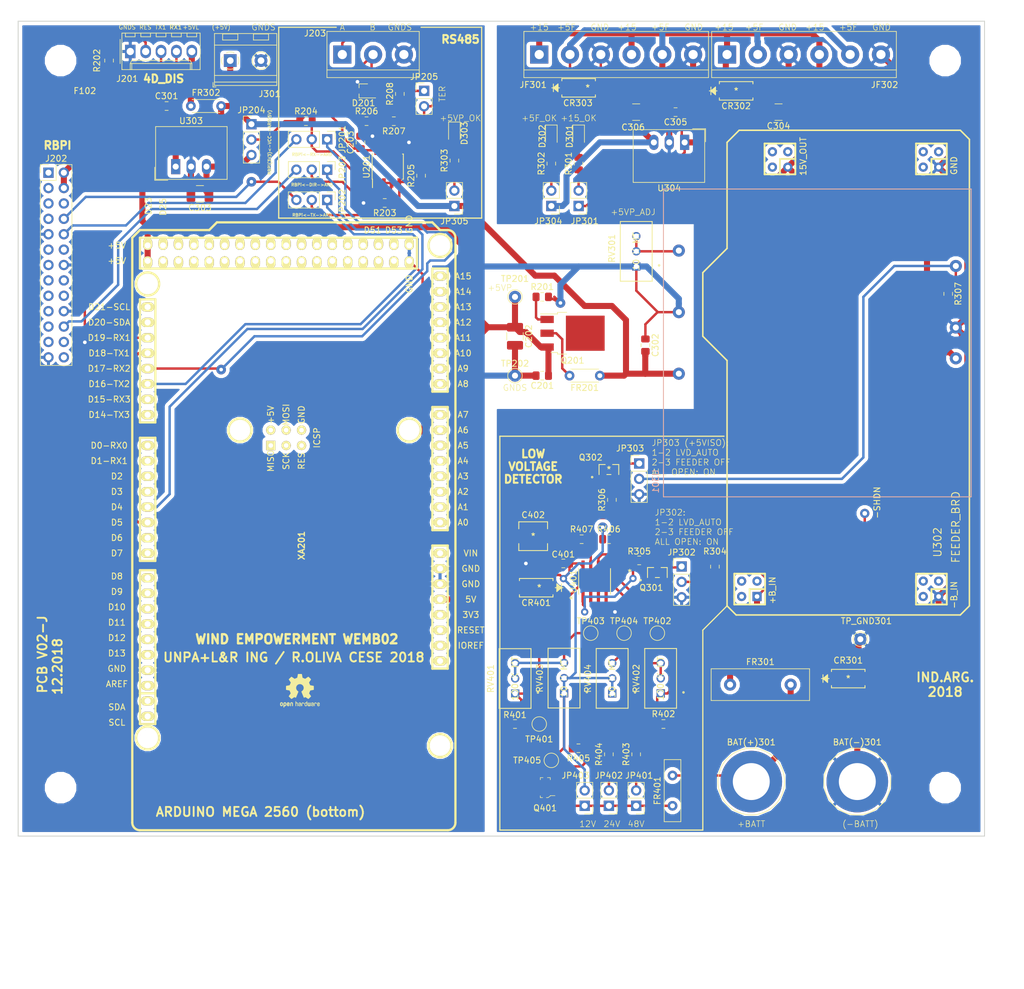
<source format=kicad_pcb>
(kicad_pcb (version 20171130) (host pcbnew "(5.0.0)")
  (title_block (title "WEMB_02J - VERSION FINAL") (date 2018-12-14) (company "UNPA+L&R ING / R.OLIVA CESE 2018"))
  (layers (0 F.Cu signal) (31 B.Cu signal) (34 B.Paste user) (35 F.Paste user) (36 B.SilkS user) (37 F.SilkS user) (38 B.Mask user) (39 F.Mask user) (44 Edge.Cuts user))
  (net 0 "")
  (net 1 Earth)
  (net 2 +15V)
  (net 3 +5F)
  (net 4 +5VP)
  (net 5 GNDS)
  (net 6 /Power/+B_FEED)
  (net 7 "Net-(FR302-Pad1)")
  (net 8 /DataComm/RESET_4D)
  (net 9 /DataComm/TX1_DISP)
  (net 10 /DataComm/RX1_DISP)
  (net 11 "/DataComm/TX_FROM_RBPI(TX0_14)")
  (net 12 /DataComm/RX_TO_RBPI)
  (net 13 /DataComm/D485_RBPI)
  (net 14 "Net-(JP201-Pad2)")
  (net 15 "Net-(JP202-Pad2)")
  (net 16 "Net-(JP205-Pad1)")
  (net 17 /DataComm/TX2_ARD)
  (net 18 "Net-(JP301-Pad2)")
  (net 19 /DataComm/RX2_ARD)
  (net 20 /DataComm/DIR_485_ARD)
  (net 21 "Net-(Q201-Pad1)")
  (net 22 "Net-(Q301-Pad1)")
  (net 23 /DataComm/B_OUT)
  (net 24 +5VL)
  (net 25 +BATT)
  (net 26 "Net-(C203-Pad1)")
  (net 27 +3V3)
  (net 28 /LowV_Detect/+B_LVD)
  (net 29 "Net-(D201-Pad1)")
  (net 30 "Net-(D301-Pad2)")
  (net 31 "Net-(D302-Pad2)")
  (net 32 "Net-(D303-Pad2)")
  (net 33 "Net-(FR201-Pad2)")
  (net 34 "Net-(FR401-Pad1)")
  (net 35 "Net-(J202-Pad1)")
  (net 36 "Net-(J202-Pad3)")
  (net 37 "Net-(J202-Pad5)")
  (net 38 "Net-(J202-Pad6)")
  (net 39 "Net-(J202-Pad7)")
  (net 40 "Net-(J202-Pad11)")
  (net 41 "Net-(J202-Pad12)")
  (net 42 "Net-(J202-Pad13)")
  (net 43 "Net-(J202-Pad15)")
  (net 44 "Net-(J202-Pad16)")
  (net 45 "Net-(J202-Pad17)")
  (net 46 "Net-(J202-Pad18)")
  (net 47 "Net-(J202-Pad19)")
  (net 48 "Net-(J202-Pad21)")
  (net 49 "Net-(J202-Pad23)")
  (net 50 "Net-(J202-Pad24)")
  (net 51 "Net-(J202-Pad26)")
  (net 52 "Net-(JP203-Pad2)")
  (net 53 /Power/-FSHDN)
  (net 54 "Net-(JP302-Pad1)")
  (net 55 /Power/SDM_ON)
  (net 56 "Net-(JP304-Pad2)")
  (net 57 "Net-(JP305-Pad2)")
  (net 58 "Net-(JP401-Pad2)")
  (net 59 "Net-(JP402-Pad2)")
  (net 60 "Net-(R202-Pad2)")
  (net 61 "Net-(R206-Pad2)")
  (net 62 "Net-(R207-Pad2)")
  (net 63 /LowV_Detect/-FEED_SHDN)
  (net 64 "Net-(Q302-Pad1)")
  (net 65 /Power/SDM1)
  (net 66 "Net-(R401-Pad1)")
  (net 67 "Net-(R402-Pad1)")
  (net 68 "Net-(Q401-Pad1)")
  (net 69 "Net-(RV401-Pad2)")
  (net 70 "Net-(RV402-Pad2)")
  (net 71 "Net-(XA201-Pad2)")
  (net 72 "Net-(XA201-Pad3)")
  (net 73 "Net-(XA201-Pad4)")
  (net 74 "Net-(XA201-Pad8)")
  (net 75 "Net-(XA201-Pad9)")
  (net 76 "Net-(XA201-Pad10)")
  (net 77 "Net-(XA201-Pad11)")
  (net 78 "Net-(XA201-Pad12)")
  (net 79 "Net-(XA201-Pad13)")
  (net 80 "Net-(XA201-Pad14)")
  (net 81 "Net-(XA201-Pad15)")
  (net 82 "Net-(XA201-Pad16)")
  (net 83 "Net-(XA201-Pad17)")
  (net 84 "Net-(XA201-Pad18)")
  (net 85 "Net-(XA201-Pad19)")
  (net 86 "Net-(XA201-Pad20)")
  (net 87 "Net-(XA201-Pad21)")
  (net 88 "Net-(XA201-Pad22)")
  (net 89 "Net-(XA201-Pad23)")
  (net 90 "Net-(XA201-Pad24)")
  (net 91 "Net-(XA201-Pad26)")
  (net 92 "Net-(XA201-Pad27)")
  (net 93 "Net-(XA201-Pad28)")
  (net 94 "Net-(XA201-Pad30)")
  (net 95 "Net-(XA201-Pad31)")
  (net 96 "Net-(XA201-Pad32)")
  (net 97 "Net-(XA201-Pad33)")
  (net 98 "Net-(XA201-Pad34)")
  (net 99 "Net-(XA201-Pad35)")
  (net 100 "Net-(XA201-Pad36)")
  (net 101 "Net-(XA201-Pad37)")
  (net 102 "Net-(XA201-Pad38)")
  (net 103 "Net-(XA201-Pad39)")
  (net 104 "Net-(XA201-Pad40)")
  (net 105 "Net-(XA201-Pad41)")
  (net 106 "Net-(XA201-Pad44)")
  (net 107 "Net-(XA201-Pad45)")
  (net 108 "Net-(XA201-Pad46)")
  (net 109 "Net-(XA201-Pad47)")
  (net 110 "Net-(XA201-Pad48)")
  (net 111 "Net-(XA201-Pad49)")
  (net 112 "Net-(XA201-Pad50)")
  (net 113 "Net-(XA201-Pad51)")
  (net 114 "Net-(XA201-Pad52)")
  (net 115 "Net-(XA201-Pad53)")
  (net 116 "Net-(XA201-Pad54)")
  (net 117 "Net-(XA201-Pad55)")
  (net 118 "Net-(XA201-Pad56)")
  (net 119 "Net-(XA201-Pad57)")
  (net 120 "Net-(XA201-Pad58)")
  (net 121 "Net-(XA201-Pad59)")
  (net 122 "Net-(XA201-Pad61)")
  (net 123 "Net-(XA201-Pad62)")
  (net 124 "Net-(XA201-Pad67)")
  (net 125 "Net-(XA201-Pad68)")
  (net 126 "Net-(XA201-Pad69)")
  (net 127 "Net-(XA201-Pad70)")
  (net 128 "Net-(XA201-Pad71)")
  (net 129 "Net-(XA201-Pad72)")
  (net 130 "Net-(XA201-Pad75)")
  (net 131 "Net-(XA201-Pad76)")
  (net 132 "Net-(XA201-Pad77)")
  (net 133 "Net-(XA201-Pad78)")
  (net 134 "Net-(XA201-Pad79)")
  (net 135 "Net-(XA201-Pad80)")
  (net 136 "Net-(XA201-Pad81)")
  (net 137 "Net-(XA201-Pad82)")
  (net 138 "Net-(XA201-Pad84)")
  (net 139 "Net-(XA201-Pad85)")
  (net 140 "Net-(XA201-Pad86)")
  (net 141 "Net-(XA201-Pad87)")
  (net 142 "Net-(XA201-Pad88)")
  (net 143 "Net-(XA201-Pad89)")
  (net 144 "Net-(XA201-Pad90)")
  (net 145 "Net-(XA201-Pad91)")
  (net 146 "Net-(XA201-Pad92)")
  (net 147 "Net-(JP303-Pad1)")
  (net 148 "Net-(RV301-Pad2)")
  (module User2:BC817-40 (layer F.Cu) (at 162.5 99.5)
    (fp_text reference Q302 (at -3 -2) (layer F.SilkS))
    (fp_text value BC817-40_215 hide)
    (fp_text user * (at 0 0) (layer F.SilkS))
    (pad 3 smd rect (at 0 -0.84725) (size 0.5588 1.3208) (layers F.Cu F.Paste F.Mask) (net 147 "Net-(JP303-Pad1)"))
    (pad 2 smd rect (at 0.9525 0.9452) (size 0.5588 1.3208) (layers F.Cu F.Paste F.Mask) (net 1 Earth))
    (pad 1 smd rect (at -0.9525 0.9452) (size 0.5588 1.3208) (layers F.Cu F.Paste F.Mask) (net 64 "Net-(Q302-Pad1)"))
  )
  (module User2:EEE-1EA100WR (layer F.Cu) (at 150 110.5 180)
    (fp_text reference C402 (at 0 3.5 180) (layer F.SilkS))
    (fp_text value "10uF 50V")
    (fp_text user * (at 0 0 180) (layer F.SilkS))
    (pad 2 smd rect (at 2.2098 0 180) (size 2.5146 1.778) (layers F.Cu F.Paste F.Mask) (net 1 Earth))
    (pad 1 smd rect (at -2.2098 0 180) (size 2.5146 1.778) (layers F.Cu F.Paste F.Mask) (net 28 /LowV_Detect/+B_LVD))
  )
  (module User2:PV36W103C01B00 (layer F.Cu) (at 163.0254 131.4784 90)
    (fp_text reference RV404 (at -2.5 -4 90) (layer F.SilkS))
    (fp_text value "10 K MT" (at -2.4892 0.0127 90) (layer F.SilkS))
    (fp_text user * (at 0 0 90) (layer F.SilkS))
    (pad 3 thru_hole circle (at 0.0216 0.0254 90) (size 1.3716 1.3716) (drill 0.8636) (layers *.Cu *.Mask) (net 70 "Net-(RV402-Pad2)"))
    (pad 2 thru_hole circle (at -2.4784 0.0254 90) (size 1.3716 1.3716) (drill 0.8636) (layers *.Cu *.Mask) (net 28 /LowV_Detect/+B_LVD))
    (pad 1 thru_hole rect (at -4.9784 0.0254 90) (size 1.3716 1.3716) (drill 0.8636) (layers *.Cu *.Mask) (net 28 /LowV_Detect/+B_LVD))
  )
  (module User2:PV36W103C01B00 (layer F.Cu) (at 155.0762 131.4352 90)
    (fp_text reference RV403 (at -2.5 -4 90) (layer F.SilkS))
    (fp_text value "10 K MT" (at -2.4892 0.0127 90) (layer F.SilkS))
    (fp_text user * (at 0 0 90) (layer F.SilkS))
    (pad 1 thru_hole rect (at -4.9784 0.0254 90) (size 1.3716 1.3716) (drill 0.8636) (layers *.Cu *.Mask) (net 28 /LowV_Detect/+B_LVD))
    (pad 2 thru_hole circle (at -2.4784 0.0254 90) (size 1.3716 1.3716) (drill 0.8636) (layers *.Cu *.Mask) (net 28 /LowV_Detect/+B_LVD))
    (pad 3 thru_hole circle (at 0.0216 0.0254 90) (size 1.3716 1.3716) (drill 0.8636) (layers *.Cu *.Mask) (net 69 "Net-(RV401-Pad2)"))
  )
  (module User2:PV36W103C01B00 (layer F.Cu) (at 171.0254 131.4784 90)
    (fp_text reference RV402 (at -2.5 -4 90) (layer F.SilkS))
    (fp_text value "100 K MT" (at -2.4892 0.0127 90) (layer F.SilkS))
    (fp_text user * (at 0 0 90) (layer F.SilkS))
    (pad 3 thru_hole circle (at 0.0216 0.0254 90) (size 1.3716 1.3716) (drill 0.8636) (layers *.Cu *.Mask) (net 70 "Net-(RV402-Pad2)"))
    (pad 2 thru_hole circle (at -2.4784 0.0254 90) (size 1.3716 1.3716) (drill 0.8636) (layers *.Cu *.Mask) (net 70 "Net-(RV402-Pad2)"))
    (pad 1 thru_hole rect (at -4.9784 0.0254 90) (size 1.3716 1.3716) (drill 0.8636) (layers *.Cu *.Mask) (net 67 "Net-(R402-Pad1)"))
  )
  (module User2:PV36W103C01B00 (layer F.Cu) (at 147 131.5 90)
    (fp_text reference RV401 (at -2.5 -4 90) (layer F.SilkS))
    (fp_text value "100 K MT" (at -2.4892 0.0127 90) (layer F.SilkS))
    (fp_text user * (at 0 0 90) (layer F.SilkS))
    (pad 1 thru_hole rect (at -4.9784 0.0254 90) (size 1.3716 1.3716) (drill 0.8636) (layers *.Cu *.Mask) (net 66 "Net-(R401-Pad1)"))
    (pad 2 thru_hole circle (at -2.4784 0.0254 90) (size 1.3716 1.3716) (drill 0.8636) (layers *.Cu *.Mask) (net 69 "Net-(RV401-Pad2)"))
    (pad 3 thru_hole circle (at 0.0216 0.0254 90) (size 1.3716 1.3716) (drill 0.8636) (layers *.Cu *.Mask) (net 69 "Net-(RV401-Pad2)"))
  )
  (module User2:PV36W103C01B00 (layer F.Cu) (at 167 61 90)
    (fp_text reference RV301 (at -2 -4 90) (layer F.SilkS))
    (fp_text value "10 K MT" (at -2.4892 0.0127 90) (layer F.SilkS))
    (fp_text user * (at 0 0 90) (layer F.SilkS))
    (pad 3 thru_hole circle (at 0.0216 0.0254 90) (size 1.3716 1.3716) (drill 0.8636) (layers *.Cu *.Mask) (net 148 "Net-(RV301-Pad2)"))
    (pad 2 thru_hole circle (at -2.4784 0.0254 90) (size 1.3716 1.3716) (drill 0.8636) (layers *.Cu *.Mask) (net 148 "Net-(RV301-Pad2)"))
    (pad 1 thru_hole rect (at -4.9784 0.0254 90) (size 1.3716 1.3716) (drill 0.8636) (layers *.Cu *.Mask) (net 5 GNDS))
  )
  (module User2:SMAJ70A (layer F.Cu) (at 157.5 36.5)
    (fp_text reference CR303 (at -0.115801 2.5) (layer F.SilkS))
    (fp_text value SMAJ05A)
    (fp_text user * (at 1.5 0) (layer F.SilkS))
    (pad 2 smd rect (at 1.7018 0 90) (size 1.651 2.1844) (layers F.Cu F.Paste F.Mask) (net 1 Earth))
    (pad 1 smd rect (at -1.7018 0 90) (size 1.651 2.1844) (layers F.Cu F.Paste F.Mask) (net 3 +5F))
  )
  (module User2:SMAJ70A (layer F.Cu) (at 183.5 37)
    (fp_text reference CR302 (at 0 2.5) (layer F.SilkS))
    (fp_text value SMAJ15A)
    (fp_text user * (at 0 0) (layer F.SilkS))
    (pad 1 smd rect (at -1.7018 0 90) (size 1.651 2.1844) (layers F.Cu F.Paste F.Mask) (net 2 +15V))
    (pad 2 smd rect (at 1.7018 0 90) (size 1.651 2.1844) (layers F.Cu F.Paste F.Mask) (net 1 Earth))
  )
  (module User2:SMAJ70A (layer F.Cu) (at 202 134)
    (fp_text reference CR301 (at 0 -3) (layer F.SilkS))
    (fp_text value SMAJ70A hide)
    (fp_text user * (at 0 0) (layer F.SilkS))
    (pad 2 smd rect (at 1.7018 0 90) (size 1.651 2.1844) (layers F.Cu F.Paste F.Mask) (net 1 Earth))
    (pad 1 smd rect (at -1.7018 0 90) (size 1.651 2.1844) (layers F.Cu F.Paste F.Mask) (net 6 /Power/+B_FEED))
  )
  (module User2:SMAJ70A (layer F.Cu) (at 150.5 119 180)
    (fp_text reference CR401 (at 0 -2.5 180) (layer F.SilkS))
    (fp_text value SMAJ15A)
    (fp_text user * (at -0.5 0 180) (layer F.SilkS))
    (pad 1 smd rect (at -1.7018 0 270) (size 1.651 2.1844) (layers F.Cu F.Paste F.Mask) (net 28 /LowV_Detect/+B_LVD))
    (pad 2 smd rect (at 1.7018 0 270) (size 1.651 2.1844) (layers F.Cu F.Paste F.Mask) (net 1 Earth))
  )
  (module User2:SOT-23-3 (layer F.Cu) (at 152 152 180)
    (fp_text reference Q401 (at 0.025 -3.375 180) (layer F.SilkS))
    (fp_text value MMBTA42LT1G)
    (pad 1 smd rect (at -1.05 -0.95 180) (size 1.3 0.6) (layers F.Cu F.Paste F.Mask) (net 68 "Net-(Q401-Pad1)"))
    (pad 2 smd rect (at -1.05 0.95 180) (size 1.3 0.6) (layers F.Cu F.Paste F.Mask) (net 28 /LowV_Detect/+B_LVD))
    (pad 3 smd rect (at 1.05 0 180) (size 1.3 0.6) (layers F.Cu F.Paste F.Mask) (net 34 "Net-(FR401-Pad1)"))
  )
  (module Fiducial:Fiducial_1mm_Dia_2mm_Outer (layer F.Cu) (at 68.5 140)
    (fp_text reference F103 hide)
    (fp_text value Fiducial)
    (pad ~ smd circle (at 0 0) (size 1 1) (layers F.Cu F.Mask) (clearance 0.5))
  )
  (module Capacitor_SMD:C_1210_3225Metric_Pad1.42x2.65mm_HandSolder (layer F.Cu) (at 167 40.5 180)
    (fp_text reference C306 (at 0.5 -2.5 180) (layer F.SilkS))
    (fp_text value "10uF 50V MLCC")
    (pad 2 smd roundrect (at 1.4875 0 180) (size 1.425 2.65) (layers F.Cu F.Paste F.Mask) (roundrect_rratio 0.175439) (net 1 Earth))
    (pad 1 smd roundrect (at -1.4875 0 180) (size 1.425 2.65) (layers F.Cu F.Paste F.Mask) (roundrect_rratio 0.175439) (net 3 +5F))
  )
  (module Fiducial:Fiducial_1mm_Dia_2mm_Outer (layer F.Cu) (at 218 140)
    (fp_text reference F101 hide)
    (fp_text value Fiducial)
    (pad ~ smd circle (at 0 0) (size 1 1) (layers F.Cu F.Mask) (clearance 0.5))
  )
  (module MountingHole:MountingHole_4mm (layer F.Cu) (at 218 152)
    (fp_text reference MH102 hide)
    (fp_text value MH4mm)
    (pad 1 np_thru_hole circle (at 0 0) (size 4 4) (drill 4) (layers *.Cu *.Mask))
  )
  (module MountingHole:MountingHole_4mm (layer F.Cu) (at 218 32)
    (fp_text reference MH104 hide)
    (fp_text value MH4mm)
    (pad 1 np_thru_hole circle (at 0 0) (size 4 4) (drill 4) (layers *.Cu *.Mask))
  )
  (module MountingHole:MountingHole_4mm (layer F.Cu) (at 72 152)
    (fp_text reference MH103 hide)
    (fp_text value MH4mm)
    (pad 1 np_thru_hole circle (at 0 0) (size 4 4) (drill 4) (layers *.Cu *.Mask))
  )
  (module MountingHole:MountingHole_4mm (layer F.Cu) (at 72 32)
    (fp_text reference MH101 hide)
    (fp_text value MH4mm)
    (pad 1 np_thru_hole circle (at 0 0) (size 4 4) (drill 4) (layers *.Cu *.Mask))
  )
  (module Connector:Banana_Jack_1Pin (layer F.Cu) (at 186 151)
    (fp_text reference "BAT(+)301" (at 0 -6.5) (layer F.SilkS))
    (fp_text value SCREW_TERM8191)
    (pad 1 thru_hole circle (at 0 0) (size 10.16 10.16) (drill 6.1) (layers *.Cu *.Mask) (net 25 +BATT))
  )
  (module Connector:Banana_Jack_1Pin (layer F.Cu) (at 203.5 151)
    (fp_text reference "BAT(-)301" (at 0 -6.5) (layer F.SilkS))
    (fp_text value SCREW_TERM8191)
    (pad 1 thru_hole circle (at 0 0) (size 10.16 10.16) (drill 6.1) (layers *.Cu *.Mask) (net 1 Earth))
  )
  (module Capacitor_SMD:C_0805_2012Metric_Pad1.15x1.40mm_HandSolder (layer F.Cu) (at 154.975 115 180)
    (fp_text reference C401 (at 0 1.5 180) (layer F.SilkS))
    (fp_text value "0.1uF 50V")
    (pad 2 smd roundrect (at 1.025 0 180) (size 1.15 1.4) (layers F.Cu F.Paste F.Mask) (roundrect_rratio 0.217391) (net 1 Earth))
    (pad 1 smd roundrect (at -1.025 0 180) (size 1.15 1.4) (layers F.Cu F.Paste F.Mask) (roundrect_rratio 0.217391) (net 28 /LowV_Detect/+B_LVD))
  )
  (module Capacitor_THT:C_Disc_D10.0mm_W2.5mm_P5.00mm (layer F.Cu) (at 173 155 90)
    (fp_text reference FR401 (at 2.5 -2.5 90) (layer F.SilkS))
    (fp_text value "0.25 A")
    (pad 2 thru_hole circle (at 5 0 90) (size 1.6 1.6) (drill 0.8) (layers *.Cu *.Mask) (net 25 +BATT))
    (pad 1 thru_hole circle (at 0 0 90) (size 1.6 1.6) (drill 0.8) (layers *.Cu *.Mask) (net 34 "Net-(FR401-Pad1)"))
  )
  (module Connector_PinHeader_2.54mm:PinHeader_2x13_P2.54mm_Vertical (layer F.Cu) (at 70 50.5)
    (fp_text reference J202 (at 1.27 -2.33) (layer F.SilkS))
    (fp_text value RasPI_IO_Header)
    (pad 26 thru_hole oval (at 2.54 30.48) (size 1.7 1.7) (drill 1) (layers *.Cu *.Mask) (net 51 "Net-(J202-Pad26)"))
    (pad 25 thru_hole oval (at 0 30.48) (size 1.7 1.7) (drill 1) (layers *.Cu *.Mask) (net 5 GNDS))
    (pad 24 thru_hole oval (at 2.54 27.94) (size 1.7 1.7) (drill 1) (layers *.Cu *.Mask) (net 50 "Net-(J202-Pad24)"))
    (pad 23 thru_hole oval (at 0 27.94) (size 1.7 1.7) (drill 1) (layers *.Cu *.Mask) (net 49 "Net-(J202-Pad23)"))
    (pad 22 thru_hole oval (at 2.54 25.4) (size 1.7 1.7) (drill 1) (layers *.Cu *.Mask) (net 13 /DataComm/D485_RBPI))
    (pad 21 thru_hole oval (at 0 25.4) (size 1.7 1.7) (drill 1) (layers *.Cu *.Mask) (net 48 "Net-(J202-Pad21)"))
    (pad 20 thru_hole oval (at 2.54 22.86) (size 1.7 1.7) (drill 1) (layers *.Cu *.Mask) (net 5 GNDS))
    (pad 19 thru_hole oval (at 0 22.86) (size 1.7 1.7) (drill 1) (layers *.Cu *.Mask) (net 47 "Net-(J202-Pad19)"))
    (pad 18 thru_hole oval (at 2.54 20.32) (size 1.7 1.7) (drill 1) (layers *.Cu *.Mask) (net 46 "Net-(J202-Pad18)"))
    (pad 17 thru_hole oval (at 0 20.32) (size 1.7 1.7) (drill 1) (layers *.Cu *.Mask) (net 45 "Net-(J202-Pad17)"))
    (pad 16 thru_hole oval (at 2.54 17.78) (size 1.7 1.7) (drill 1) (layers *.Cu *.Mask) (net 44 "Net-(J202-Pad16)"))
    (pad 15 thru_hole oval (at 0 17.78) (size 1.7 1.7) (drill 1) (layers *.Cu *.Mask) (net 43 "Net-(J202-Pad15)"))
    (pad 14 thru_hole oval (at 2.54 15.24) (size 1.7 1.7) (drill 1) (layers *.Cu *.Mask) (net 5 GNDS))
    (pad 13 thru_hole oval (at 0 15.24) (size 1.7 1.7) (drill 1) (layers *.Cu *.Mask) (net 42 "Net-(J202-Pad13)"))
    (pad 12 thru_hole oval (at 2.54 12.7) (size 1.7 1.7) (drill 1) (layers *.Cu *.Mask) (net 41 "Net-(J202-Pad12)"))
    (pad 11 thru_hole oval (at 0 12.7) (size 1.7 1.7) (drill 1) (layers *.Cu *.Mask) (net 40 "Net-(J202-Pad11)"))
    (pad 10 thru_hole oval (at 2.54 10.16) (size 1.7 1.7) (drill 1) (layers *.Cu *.Mask) (net 12 /DataComm/RX_TO_RBPI))
    (pad 9 thru_hole oval (at 0 10.16) (size 1.7 1.7) (drill 1) (layers *.Cu *.Mask) (net 5 GNDS))
    (pad 8 thru_hole oval (at 2.54 7.62) (size 1.7 1.7) (drill 1) (layers *.Cu *.Mask) (net 11 "/DataComm/TX_FROM_RBPI(TX0_14)"))
    (pad 7 thru_hole oval (at 0 7.62) (size 1.7 1.7) (drill 1) (layers *.Cu *.Mask) (net 39 "Net-(J202-Pad7)"))
    (pad 6 thru_hole oval (at 2.54 5.08) (size 1.7 1.7) (drill 1) (layers *.Cu *.Mask) (net 38 "Net-(J202-Pad6)"))
    (pad 5 thru_hole oval (at 0 5.08) (size 1.7 1.7) (drill 1) (layers *.Cu *.Mask) (net 37 "Net-(J202-Pad5)"))
    (pad 4 thru_hole oval (at 2.54 2.54) (size 1.7 1.7) (drill 1) (layers *.Cu *.Mask) (net 24 +5VL))
    (pad 3 thru_hole oval (at 0 2.54) (size 1.7 1.7) (drill 1) (layers *.Cu *.Mask) (net 36 "Net-(J202-Pad3)"))
    (pad 2 thru_hole oval (at 2.54 0) (size 1.7 1.7) (drill 1) (layers *.Cu *.Mask) (net 24 +5VL))
    (pad 1 thru_hole rect (at 0 0) (size 1.7 1.7) (drill 1) (layers *.Cu *.Mask) (net 35 "Net-(J202-Pad1)"))
  )
  (module Connector_PinHeader_2.54mm:PinHeader_1x02_P2.54mm_Vertical (layer F.Cu) (at 167 155 180)
    (fp_text reference JP401 (at -0.5 5 180) (layer F.SilkS))
    (fp_text value 48V)
    (pad 2 thru_hole oval (at 0 2.54 180) (size 1.7 1.7) (drill 1) (layers *.Cu *.Mask) (net 58 "Net-(JP401-Pad2)"))
    (pad 1 thru_hole rect (at 0 0 180) (size 1.7 1.7) (drill 1) (layers *.Cu *.Mask) (net 34 "Net-(FR401-Pad1)"))
  )
  (module Connector_PinHeader_2.54mm:PinHeader_1x02_P2.54mm_Vertical (layer F.Cu) (at 162.5 155 180)
    (fp_text reference JP402 (at 0 5 180) (layer F.SilkS))
    (fp_text value 24V)
    (pad 2 thru_hole oval (at 0 2.54 180) (size 1.7 1.7) (drill 1) (layers *.Cu *.Mask) (net 59 "Net-(JP402-Pad2)"))
    (pad 1 thru_hole rect (at 0 0 180) (size 1.7 1.7) (drill 1) (layers *.Cu *.Mask) (net 34 "Net-(FR401-Pad1)"))
  )
  (module Connector_PinHeader_2.54mm:PinHeader_1x02_P2.54mm_Vertical (layer F.Cu) (at 158.5 155 180)
    (fp_text reference JP403 (at 1.5 5 180) (layer F.SilkS))
    (fp_text value 12V)
    (pad 2 thru_hole oval (at 0 2.54 180) (size 1.7 1.7) (drill 1) (layers *.Cu *.Mask) (net 28 /LowV_Detect/+B_LVD))
    (pad 1 thru_hole rect (at 0 0 180) (size 1.7 1.7) (drill 1) (layers *.Cu *.Mask) (net 34 "Net-(FR401-Pad1)"))
  )
  (module Resistor_SMD:R_0805_2012Metric_Pad1.15x1.40mm_HandSolder (layer F.Cu) (at 147 141.5 180)
    (fp_text reference R401 (at 0 1.5 180) (layer F.SilkS))
    (fp_text value 10K)
    (pad 2 smd roundrect (at 1.025 0 180) (size 1.15 1.4) (layers F.Cu F.Paste F.Mask) (roundrect_rratio 0.217391) (net 1 Earth))
    (pad 1 smd roundrect (at -1.025 0 180) (size 1.15 1.4) (layers F.Cu F.Paste F.Mask) (roundrect_rratio 0.217391) (net 66 "Net-(R401-Pad1)"))
  )
  (module Resistor_SMD:R_0805_2012Metric_Pad1.15x1.40mm_HandSolder (layer F.Cu) (at 171.5 141.5)
    (fp_text reference R402 (at 0 -1.65) (layer F.SilkS))
    (fp_text value 10K)
    (pad 2 smd roundrect (at 1.025 0) (size 1.15 1.4) (layers F.Cu F.Paste F.Mask) (roundrect_rratio 0.217391) (net 1 Earth))
    (pad 1 smd roundrect (at -1.025 0) (size 1.15 1.4) (layers F.Cu F.Paste F.Mask) (roundrect_rratio 0.217391) (net 67 "Net-(R402-Pad1)"))
  )
  (module Resistor_SMD:R_0805_2012Metric_Pad1.15x1.40mm_HandSolder (layer F.Cu) (at 167 146.5 90)
    (fp_text reference R403 (at 0 -1.65 90) (layer F.SilkS))
    (fp_text value 150K)
    (pad 2 smd roundrect (at 1.025 0 90) (size 1.15 1.4) (layers F.Cu F.Paste F.Mask) (roundrect_rratio 0.217391) (net 68 "Net-(Q401-Pad1)"))
    (pad 1 smd roundrect (at -1.025 0 90) (size 1.15 1.4) (layers F.Cu F.Paste F.Mask) (roundrect_rratio 0.217391) (net 58 "Net-(JP401-Pad2)"))
  )
  (module Resistor_SMD:R_0805_2012Metric_Pad1.15x1.40mm_HandSolder (layer F.Cu) (at 162.5 146.5 90)
    (fp_text reference R404 (at 0 -1.65 90) (layer F.SilkS))
    (fp_text value 56K)
    (pad 2 smd roundrect (at 1.025 0 90) (size 1.15 1.4) (layers F.Cu F.Paste F.Mask) (roundrect_rratio 0.217391) (net 68 "Net-(Q401-Pad1)"))
    (pad 1 smd roundrect (at -1.025 0 90) (size 1.15 1.4) (layers F.Cu F.Paste F.Mask) (roundrect_rratio 0.217391) (net 59 "Net-(JP402-Pad2)"))
  )
  (module Resistor_SMD:R_0805_2012Metric_Pad1.15x1.40mm_HandSolder (layer F.Cu) (at 157.475 145.5 180)
    (fp_text reference R405 (at 0 -1.65 180) (layer F.SilkS))
    (fp_text value 47K)
    (pad 2 smd roundrect (at 1.025 0 180) (size 1.15 1.4) (layers F.Cu F.Paste F.Mask) (roundrect_rratio 0.217391) (net 1 Earth))
    (pad 1 smd roundrect (at -1.025 0 180) (size 1.15 1.4) (layers F.Cu F.Paste F.Mask) (roundrect_rratio 0.217391) (net 68 "Net-(Q401-Pad1)"))
  )
  (module Resistor_SMD:R_0805_2012Metric_Pad1.15x1.40mm_HandSolder (layer F.Cu) (at 162.5 111)
    (fp_text reference R406 (at 0 -1.65) (layer F.SilkS))
    (fp_text value 10K)
    (pad 2 smd roundrect (at 1.025 0) (size 1.15 1.4) (layers F.Cu F.Paste F.Mask) (roundrect_rratio 0.217391) (net 63 /LowV_Detect/-FEED_SHDN))
    (pad 1 smd roundrect (at -1.025 0) (size 1.15 1.4) (layers F.Cu F.Paste F.Mask) (roundrect_rratio 0.217391) (net 28 /LowV_Detect/+B_LVD))
  )
  (module Resistor_SMD:R_0805_2012Metric_Pad1.15x1.40mm_HandSolder (layer F.Cu) (at 158 111)
    (fp_text reference R407 (at 0 -1.65) (layer F.SilkS))
    (fp_text value 10K)
    (pad 2 smd roundrect (at 1.025 0) (size 1.15 1.4) (layers F.Cu F.Paste F.Mask) (roundrect_rratio 0.217391) (net 65 /Power/SDM1))
    (pad 1 smd roundrect (at -1.025 0) (size 1.15 1.4) (layers F.Cu F.Paste F.Mask) (roundrect_rratio 0.217391) (net 28 /LowV_Detect/+B_LVD))
  )
  (module TestPoint:TestPoint_Pad_D2.0mm (layer F.Cu) (at 151 141.5)
    (fp_text reference TP401 (at 0 2.5) (layer F.SilkS))
    (fp_text value TP1)
    (pad 1 smd circle (at 0 0) (size 2 2) (layers F.Cu F.Mask) (net 66 "Net-(R401-Pad1)"))
  )
  (module TestPoint:TestPoint_Pad_D2.0mm (layer F.Cu) (at 170.5 126.5)
    (fp_text reference TP402 (at 0 -1.998) (layer F.SilkS))
    (fp_text value TP1)
    (pad 1 smd circle (at 0 0) (size 2 2) (layers F.Cu F.Mask) (net 67 "Net-(R402-Pad1)"))
  )
  (module TestPoint:TestPoint_Pad_D2.0mm (layer F.Cu) (at 159.5 126.5)
    (fp_text reference TP403 (at 0 -1.998) (layer F.SilkS))
    (fp_text value TP2)
    (pad 1 smd circle (at 0 0) (size 2 2) (layers F.Cu F.Mask) (net 69 "Net-(RV401-Pad2)"))
  )
  (module TestPoint:TestPoint_Pad_D2.0mm (layer F.Cu) (at 165 126.5)
    (fp_text reference TP404 (at 0 -1.998) (layer F.SilkS))
    (fp_text value TP2)
    (pad 1 smd circle (at 0 0) (size 2 2) (layers F.Cu F.Mask) (net 70 "Net-(RV402-Pad2)"))
  )
  (module TestPoint:TestPoint_Pad_D2.0mm (layer F.Cu) (at 153 147.5)
    (fp_text reference TP405 (at -4 0) (layer F.SilkS))
    (fp_text value TP2)
    (pad 1 smd circle (at 0 0) (size 2 2) (layers F.Cu F.Mask) (net 28 /LowV_Detect/+B_LVD))
  )
  (module User:arduino_mega_header (layer F.Cu) (at 110.5 109.5 90)
    (fp_text reference XA201 (at -2.54 1.27 90) (layer F.SilkS) (effects (font (size 1.016 1.016) (thickness 0.2032))))
    (fp_text value Arduino_Mega2560_Shield hide)
    (fp_text user ICSP (at 15.24 3.81 270) (layer F.SilkS))
    (fp_text user MOSI (at 19.05 -1.27 270) (layer F.SilkS))
    (fp_text user RES (at 11.43 1.27 270) (layer F.SilkS))
    (fp_text user SCK (at 11.43 -1.27 270) (layer F.SilkS))
    (fp_text user MISO (at 11.43 -3.81 270) (layer F.SilkS))
    (fp_text user GND (at 19.05 1.27 270) (layer F.SilkS))
    (fp_text user +5V (at 19.05 -3.81 270) (layer F.SilkS))
    (fp_text user GND (at 40.64 19.05 270) (layer F.SilkS))
    (fp_text user GND (at 50.5 19.05 270) (layer F.SilkS))
    (fp_text user D53 (at 49.5 16.5 180) (layer F.SilkS))
    (fp_text user D51 (at 49.5 13) (layer F.SilkS))
    (fp_text user D25 (at 53.34 -21.59 270) (layer F.SilkS))
    (fp_text user D23 (at 53.5 -24 270) (layer F.SilkS))
    (fp_text user +5V (at 46.99 -29.21 180) (layer F.SilkS))
    (fp_text user +5V (at 44.45 -29.21 180) (layer F.SilkS))
    (fp_text user D21-SCL (at 36.83 -30.48 180) (layer F.SilkS))
    (fp_text user D20-SDA (at 34.29 -30.48 180) (layer F.SilkS))
    (fp_text user D19-RX1 (at 31.75 -30.48 180) (layer F.SilkS))
    (fp_text user D18-TX1 (at 29.21 -30.48 180) (layer F.SilkS))
    (fp_text user D17-RX2 (at 26.67 -30.48 180) (layer F.SilkS))
    (fp_text user D16-TX2 (at 24.13 -30.48 180) (layer F.SilkS))
    (fp_text user D15-RX3 (at 21.59 -30.48 180) (layer F.SilkS))
    (fp_text user D14-TX3 (at 19.05 -30.48 180) (layer F.SilkS))
    (fp_text user D0-RX0 (at 13.97 -30.48 180) (layer F.SilkS))
    (fp_text user D1-RX1 (at 11.43 -30.48 180) (layer F.SilkS))
    (fp_text user D2 (at 8.89 -29.21 180) (layer F.SilkS))
    (fp_text user D3 (at 6.35 -29.21 180) (layer F.SilkS))
    (fp_text user D4 (at 3.81 -29.21 180) (layer F.SilkS))
    (fp_text user D5 (at 1.27 -29.21 180) (layer F.SilkS))
    (fp_text user D6 (at -1.27 -29.21 180) (layer F.SilkS))
    (fp_text user D7 (at -3.81 -29.21 180) (layer F.SilkS))
    (fp_text user D8 (at -7.62 -29.21 180) (layer F.SilkS))
    (fp_text user D9 (at -10.16 -29.21 180) (layer F.SilkS))
    (fp_text user D10 (at -12.7 -29.21 180) (layer F.SilkS))
    (fp_text user D11 (at -15.24 -29.21 180) (layer F.SilkS))
    (fp_text user D12 (at -17.78 -29.21 180) (layer F.SilkS))
    (fp_text user D13 (at -20.32 -29.21 180) (layer F.SilkS))
    (fp_text user GND (at -22.86 -29.21 180) (layer F.SilkS))
    (fp_text user AREF (at -25.4 -29.21 180) (layer F.SilkS))
    (fp_text user SDA (at -29.21 -29.21 180) (layer F.SilkS))
    (fp_text user SCL (at -31.75 -29.21 180) (layer F.SilkS))
    (fp_text user A15 (at 41.91 27.94 180) (layer F.SilkS))
    (fp_text user A14 (at 39.37 27.94 180) (layer F.SilkS))
    (fp_text user A13 (at 36.83 27.94 180) (layer F.SilkS))
    (fp_text user A12 (at 34.29 27.94 180) (layer F.SilkS))
    (fp_text user A11 (at 31.75 27.94 180) (layer F.SilkS))
    (fp_text user A10 (at 29.21 27.94 180) (layer F.SilkS))
    (fp_text user A9 (at 26.67 27.94 180) (layer F.SilkS))
    (fp_text user A8 (at 24.13 27.94 180) (layer F.SilkS))
    (fp_text user A7 (at 19.05 27.94 180) (layer F.SilkS))
    (fp_text user A6 (at 16.51 27.94 180) (layer F.SilkS))
    (fp_text user A5 (at 13.97 27.94 180) (layer F.SilkS))
    (fp_text user A4 (at 11.43 27.94 180) (layer F.SilkS))
    (fp_text user A3 (at 8.89 27.94 180) (layer F.SilkS))
    (fp_text user A2 (at 6.35 27.94 180) (layer F.SilkS))
    (fp_text user A1 (at 3.81 27.94 180) (layer F.SilkS))
    (fp_text user A0 (at 1.27 27.94 180) (layer F.SilkS))
    (fp_text user VIN (at -3.81 29.21 180) (layer F.SilkS))
    (fp_text user GND (at -6.35 29.21 180) (layer F.SilkS))
    (fp_text user 5V (at -11.43 29.21 180) (layer F.SilkS))
    (fp_text user GND (at -8.89 29.21 180) (layer F.SilkS))
    (fp_text user 3V3 (at -13.97 29.21 180) (layer F.SilkS))
    (fp_text user RESET (at -16.51 29.21 180) (layer F.SilkS))
    (fp_text user IOREF (at -19.05 29.21 180) (layer F.SilkS))
    (fp_text user "" (at -1.27 -1.27 90) (layer F.SilkS))
    (pad 92 thru_hole circle (at 16.51 1.27 90) (size 1.524 1.524) (drill 0.762) (layers *.Cu *.Mask F.SilkS) (net 146 "Net-(XA201-Pad92)"))
    (pad 91 thru_hole circle (at 13.97 1.27 90) (size 1.524 1.524) (drill 0.762) (layers *.Cu *.Mask F.SilkS) (net 145 "Net-(XA201-Pad91)"))
    (pad 90 thru_hole circle (at 16.51 -1.27 90) (size 1.524 1.524) (drill 0.762) (layers *.Cu *.Mask F.SilkS) (net 144 "Net-(XA201-Pad90)"))
    (pad 89 thru_hole circle (at 13.97 -1.27 90) (size 1.524 1.524) (drill 0.762) (layers *.Cu *.Mask F.SilkS) (net 143 "Net-(XA201-Pad89)"))
    (pad 88 thru_hole circle (at 16.51 -3.81 90) (size 1.524 1.524) (drill 0.762) (layers *.Cu *.Mask F.SilkS) (net 142 "Net-(XA201-Pad88)"))
    (pad 87 thru_hole rect (at 13.97 -3.81 90) (size 1.524 1.524) (drill 0.762) (layers *.Cu *.Mask F.SilkS) (net 141 "Net-(XA201-Pad87)"))
    (pad "" np_thru_hole circle (at 16.51 -8.89 90) (size 3.19786 3.19786) (drill 3.19786) (layers *.Cu *.Mask F.SilkS))
    (pad 86 thru_hole oval (at -30.734 -24.13 90) (size 1.524 2.1971) (drill 1.00076) (layers *.Cu *.Mask F.SilkS) (net 140 "Net-(XA201-Pad86)"))
    (pad 85 thru_hole oval (at -28.194 -24.13 90) (size 1.524 2.1971) (drill 1.00076) (layers *.Cu *.Mask F.SilkS) (net 139 "Net-(XA201-Pad85)"))
    (pad "" np_thru_hole circle (at -34.29 -24.13 90) (size 3.19786 3.19786) (drill 3.19786) (layers *.Cu *.Mask F.SilkS))
    (pad "" np_thru_hole circle (at 40.64 -24.13 90) (size 3.19786 3.19786) (drill 3.19786) (layers *.Cu *.Mask F.SilkS))
    (pad 84 thru_hole oval (at -25.654 -24.13 90) (size 1.524 2.1971) (drill 1.00076) (layers *.Cu *.Mask F.SilkS) (net 138 "Net-(XA201-Pad84)"))
    (pad 83 thru_hole oval (at -23.114 -24.13 90) (size 1.524 2.1971) (drill 1.00076) (layers *.Cu *.Mask F.SilkS) (net 5 GNDS))
    (pad 82 thru_hole oval (at -20.574 -24.13 90) (size 1.524 2.1971) (drill 1.00076) (layers *.Cu *.Mask F.SilkS) (net 137 "Net-(XA201-Pad82)"))
    (pad 81 thru_hole oval (at -18.034 -24.13 90) (size 1.524 2.1971) (drill 1.00076) (layers *.Cu *.Mask F.SilkS) (net 136 "Net-(XA201-Pad81)"))
    (pad 80 thru_hole oval (at -15.494 -24.13 90) (size 1.524 2.1971) (drill 1.00076) (layers *.Cu *.Mask F.SilkS) (net 135 "Net-(XA201-Pad80)"))
    (pad 79 thru_hole oval (at -12.954 -24.13 90) (size 1.524 2.1971) (drill 1.00076) (layers *.Cu *.Mask F.SilkS) (net 134 "Net-(XA201-Pad79)"))
    (pad 78 thru_hole oval (at -10.414 -24.13 90) (size 1.524 2.1971) (drill 1.00076) (layers *.Cu *.Mask F.SilkS) (net 133 "Net-(XA201-Pad78)"))
    (pad 77 thru_hole oval (at -7.874 -24.13 90) (size 1.524 2.1971) (drill 1.00076) (layers *.Cu *.Mask F.SilkS) (net 132 "Net-(XA201-Pad77)"))
    (pad 76 thru_hole oval (at -3.81 -24.13 90) (size 1.524 2.1971) (drill 1.00076) (layers *.Cu *.Mask F.SilkS) (net 131 "Net-(XA201-Pad76)"))
    (pad 75 thru_hole oval (at -1.27 -24.13 90) (size 1.524 2.1971) (drill 1.00076) (layers *.Cu *.Mask F.SilkS) (net 130 "Net-(XA201-Pad75)"))
    (pad 74 thru_hole oval (at 1.27 -24.13 90) (size 1.524 2.1971) (drill 1.00076) (layers *.Cu *.Mask F.SilkS) (net 60 "Net-(R202-Pad2)"))
    (pad 73 thru_hole oval (at 3.81 -24.13 90) (size 1.524 2.1971) (drill 1.00076) (layers *.Cu *.Mask F.SilkS) (net 20 /DataComm/DIR_485_ARD))
    (pad 72 thru_hole oval (at 6.35 -24.13 90) (size 1.524 2.1971) (drill 1.00076) (layers *.Cu *.Mask F.SilkS) (net 129 "Net-(XA201-Pad72)"))
    (pad 71 thru_hole oval (at 8.89 -24.13 90) (size 1.524 2.1971) (drill 1.00076) (layers *.Cu *.Mask F.SilkS) (net 128 "Net-(XA201-Pad71)"))
    (pad 70 thru_hole oval (at 11.43 -24.13 90) (size 1.524 2.1971) (drill 1.00076) (layers *.Cu *.Mask F.SilkS) (net 127 "Net-(XA201-Pad70)"))
    (pad 69 thru_hole oval (at 13.97 -24.13 90) (size 1.524 2.1971) (drill 1.00076) (layers *.Cu *.Mask F.SilkS) (net 126 "Net-(XA201-Pad69)"))
    (pad 68 thru_hole oval (at 19.05 -24.13 90) (size 1.524 2.1971) (drill 1.00076) (layers *.Cu *.Mask F.SilkS) (net 125 "Net-(XA201-Pad68)"))
    (pad 67 thru_hole oval (at 21.59 -24.13 90) (size 1.524 2.1971) (drill 1.00076) (layers *.Cu *.Mask F.SilkS) (net 124 "Net-(XA201-Pad67)"))
    (pad 66 thru_hole oval (at 24.13 -24.13 90) (size 1.524 2.1971) (drill 1.00076) (layers *.Cu *.Mask F.SilkS) (net 17 /DataComm/TX2_ARD))
    (pad 65 thru_hole oval (at 26.67 -24.13 90) (size 1.524 2.1971) (drill 1.00076) (layers *.Cu *.Mask F.SilkS) (net 19 /DataComm/RX2_ARD))
    (pad 64 thru_hole oval (at 29.21 -24.13 90) (size 1.524 2.1971) (drill 1.00076) (layers *.Cu *.Mask F.SilkS) (net 9 /DataComm/TX1_DISP))
    (pad 63 thru_hole oval (at 31.75 -24.13 90) (size 1.524 2.1971) (drill 1.00076) (layers *.Cu *.Mask F.SilkS) (net 10 /DataComm/RX1_DISP))
    (pad 62 thru_hole oval (at 34.29 -24.13 90) (size 1.524 2.1971) (drill 1.00076) (layers *.Cu *.Mask F.SilkS) (net 123 "Net-(XA201-Pad62)"))
    (pad 61 thru_hole oval (at 36.83 -24.13 90) (size 1.524 2.1971) (drill 1.00076) (layers *.Cu *.Mask F.SilkS) (net 122 "Net-(XA201-Pad61)"))
    (pad 60 thru_hole oval (at 46.99 -24.13 90) (size 1.99898 1.5367) (drill 1.00076 (offset 0.24638 0)) (layers *.Cu *.Mask F.SilkS) (net 24 +5VL))
    (pad 59 thru_hole oval (at 46.99 -21.59 90) (size 1.99898 1.5367) (drill 1.00076 (offset 0.24638 0)) (layers *.Cu *.Mask F.SilkS) (net 121 "Net-(XA201-Pad59)"))
    (pad 58 thru_hole oval (at 46.99 -19.05 90) (size 1.99898 1.5367) (drill 1.00076 (offset 0.24638 0)) (layers *.Cu *.Mask F.SilkS) (net 120 "Net-(XA201-Pad58)"))
    (pad 57 thru_hole oval (at 46.99 -16.51 90) (size 1.99898 1.5367) (drill 1.00076 (offset 0.24638 0)) (layers *.Cu *.Mask F.SilkS) (net 119 "Net-(XA201-Pad57)"))
    (pad 56 thru_hole oval (at 46.99 -13.97 90) (size 1.99898 1.5367) (drill 1.00076 (offset 0.24638 0)) (layers *.Cu *.Mask F.SilkS) (net 118 "Net-(XA201-Pad56)"))
    (pad 55 thru_hole oval (at 46.99 -11.43 90) (size 1.99898 1.5367) (drill 1.00076 (offset 0.24638 0)) (layers *.Cu *.Mask F.SilkS) (net 117 "Net-(XA201-Pad55)"))
    (pad 54 thru_hole oval (at 46.99 -8.89 90) (size 1.99898 1.5367) (drill 1.00076 (offset 0.24638 0)) (layers *.Cu *.Mask F.SilkS) (net 116 "Net-(XA201-Pad54)"))
    (pad 53 thru_hole oval (at 46.99 -6.35 90) (size 1.99898 1.5367) (drill 1.00076 (offset 0.24638 0)) (layers *.Cu *.Mask F.SilkS) (net 115 "Net-(XA201-Pad53)"))
    (pad 52 thru_hole oval (at 46.99 -3.81 90) (size 1.99898 1.5367) (drill 1.00076 (offset 0.24638 0)) (layers *.Cu *.Mask F.SilkS) (net 114 "Net-(XA201-Pad52)"))
    (pad 51 thru_hole oval (at 46.99 -1.27 90) (size 1.99898 1.5367) (drill 1.00076 (offset 0.24638 0)) (layers *.Cu *.Mask F.SilkS) (net 113 "Net-(XA201-Pad51)"))
    (pad 50 thru_hole oval (at 46.99 1.27 90) (size 1.99898 1.5367) (drill 1.00076 (offset 0.24638 0)) (layers *.Cu *.Mask F.SilkS) (net 112 "Net-(XA201-Pad50)"))
    (pad 49 thru_hole oval (at 46.99 3.81 90) (size 1.99898 1.5367) (drill 1.00076 (offset 0.24638 0)) (layers *.Cu *.Mask F.SilkS) (net 111 "Net-(XA201-Pad49)"))
    (pad 48 thru_hole oval (at 46.99 6.35 90) (size 1.99898 1.5367) (drill 1.00076 (offset 0.24638 0)) (layers *.Cu *.Mask F.SilkS) (net 110 "Net-(XA201-Pad48)"))
    (pad 47 thru_hole oval (at 46.99 8.89 90) (size 1.99898 1.5367) (drill 1.00076 (offset 0.24638 0)) (layers *.Cu *.Mask F.SilkS) (net 109 "Net-(XA201-Pad47)"))
    (pad 46 thru_hole oval (at 46.99 11.43 90) (size 1.99898 1.5367) (drill 1.00076 (offset 0.24638 0)) (layers *.Cu *.Mask F.SilkS) (net 108 "Net-(XA201-Pad46)"))
    (pad 45 thru_hole oval (at 46.99 13.97 90) (size 1.99898 1.5367) (drill 1.00076 (offset 0.24638 0)) (layers *.Cu *.Mask F.SilkS) (net 107 "Net-(XA201-Pad45)"))
    (pad 44 thru_hole oval (at 46.99 16.51 90) (size 1.99898 1.5367) (drill 1.00076 (offset 0.24638 0)) (layers *.Cu *.Mask F.SilkS) (net 106 "Net-(XA201-Pad44)"))
    (pad 43 thru_hole oval (at 46.99 19.05 90) (size 1.99898 1.5367) (drill 1.00076 (offset 0.24638 0)) (layers *.Cu *.Mask F.SilkS) (net 5 GNDS))
    (pad 42 thru_hole oval (at 44.45 -24.13 90) (size 1.99898 1.53924) (drill 1.00076 (offset -0.24892 0)) (layers *.Cu *.Mask F.SilkS) (net 24 +5VL))
    (pad 41 thru_hole oval (at 44.45 -21.59 90) (size 1.99898 1.53924) (drill 1.00076 (offset -0.24892 0)) (layers *.Cu *.Mask F.SilkS) (net 105 "Net-(XA201-Pad41)"))
    (pad 40 thru_hole oval (at 44.45 -19.05 90) (size 1.99898 1.53924) (drill 1.00076 (offset -0.24892 0)) (layers *.Cu *.Mask F.SilkS) (net 104 "Net-(XA201-Pad40)"))
    (pad 39 thru_hole oval (at 44.45 -16.51 90) (size 1.99898 1.53924) (drill 1.00076 (offset -0.24892 0)) (layers *.Cu *.Mask F.SilkS) (net 103 "Net-(XA201-Pad39)"))
    (pad 38 thru_hole oval (at 44.45 -13.97 90) (size 1.99898 1.53924) (drill 1.00076 (offset -0.24892 0)) (layers *.Cu *.Mask F.SilkS) (net 102 "Net-(XA201-Pad38)"))
    (pad 37 thru_hole oval (at 44.45 -11.43 90) (size 1.99898 1.53924) (drill 1.00076 (offset -0.24892 0)) (layers *.Cu *.Mask F.SilkS) (net 101 "Net-(XA201-Pad37)"))
    (pad 36 thru_hole oval (at 44.45 -8.89 90) (size 1.99898 1.53924) (drill 1.00076 (offset -0.24892 0)) (layers *.Cu *.Mask F.SilkS) (net 100 "Net-(XA201-Pad36)"))
    (pad 35 thru_hole oval (at 44.45 -6.35 90) (size 1.99898 1.53924) (drill 1.00076 (offset -0.24892 0)) (layers *.Cu *.Mask F.SilkS) (net 99 "Net-(XA201-Pad35)"))
    (pad 34 thru_hole oval (at 44.45 -3.81 90) (size 1.99898 1.53924) (drill 1.00076 (offset -0.24892 0)) (layers *.Cu *.Mask F.SilkS) (net 98 "Net-(XA201-Pad34)"))
    (pad 33 thru_hole oval (at 44.45 -1.27 90) (size 1.99898 1.53924) (drill 1.00076 (offset -0.24892 0)) (layers *.Cu *.Mask F.SilkS) (net 97 "Net-(XA201-Pad33)"))
    (pad 32 thru_hole oval (at 44.45 1.27 90) (size 1.99898 1.53924) (drill 1.00076 (offset -0.24892 0)) (layers *.Cu *.Mask F.SilkS) (net 96 "Net-(XA201-Pad32)"))
    (pad 31 thru_hole oval (at 44.45 3.81 90) (size 1.99898 1.53924) (drill 1.00076 (offset -0.24892 0)) (layers *.Cu *.Mask F.SilkS) (net 95 "Net-(XA201-Pad31)"))
    (pad 30 thru_hole oval (at 44.45 6.35 90) (size 1.99898 1.53924) (drill 1.00076 (offset -0.24892 0)) (layers *.Cu *.Mask F.SilkS) (net 94 "Net-(XA201-Pad30)"))
    (pad 29 thru_hole oval (at 44.45 8.89 90) (size 1.99898 1.53924) (drill 1.00076 (offset -0.24892 0)) (layers *.Cu *.Mask F.SilkS))
    (pad 28 thru_hole oval (at 44.45 11.43 90) (size 1.99898 1.53924) (drill 1.00076 (offset -0.24892 0)) (layers *.Cu *.Mask F.SilkS) (net 93 "Net-(XA201-Pad28)"))
    (pad 27 thru_hole oval (at 44.45 13.97 90) (size 1.99898 1.53924) (drill 1.00076 (offset -0.24892 0)) (layers *.Cu *.Mask F.SilkS) (net 92 "Net-(XA201-Pad27)"))
    (pad 26 thru_hole oval (at 44.45 16.51 90) (size 1.99898 1.53924) (drill 1.00076 (offset -0.24892 0)) (layers *.Cu *.Mask F.SilkS) (net 91 "Net-(XA201-Pad26)"))
    (pad 25 thru_hole oval (at 44.45 19.05 90) (size 1.99898 1.53924) (drill 1.00076 (offset -0.24892 0)) (layers *.Cu *.Mask F.SilkS) (net 5 GNDS))
    (pad "" np_thru_hole circle (at 46.99 24.13 90) (size 3.19786 3.19786) (drill 3.19786) (layers *.Cu *.Mask F.SilkS))
    (pad "" np_thru_hole circle (at 16.51 19.05 90) (size 3.19786 3.19786) (drill 3.19786) (layers *.Cu *.Mask F.SilkS))
    (pad "" np_thru_hole circle (at -35.56 24.13 90) (size 3.19786 3.19786) (drill 3.19786) (layers *.Cu *.Mask F.SilkS))
    (pad 24 thru_hole oval (at 41.91 24.13 90) (size 1.524 2.1971) (drill 1.00076) (layers *.Cu *.Mask F.SilkS) (net 90 "Net-(XA201-Pad24)"))
    (pad 23 thru_hole oval (at 39.37 24.13 90) (size 1.524 2.1971) (drill 1.00076) (layers *.Cu *.Mask F.SilkS) (net 89 "Net-(XA201-Pad23)"))
    (pad 22 thru_hole oval (at 36.83 24.13 90) (size 1.524 2.1971) (drill 1.00076) (layers *.Cu *.Mask F.SilkS) (net 88 "Net-(XA201-Pad22)"))
    (pad 21 thru_hole oval (at 34.29 24.13 90) (size 1.524 2.1971) (drill 1.00076) (layers *.Cu *.Mask F.SilkS) (net 87 "Net-(XA201-Pad21)"))
    (pad 20 thru_hole oval (at 31.75 24.13 90) (size 1.524 2.1971) (drill 1.00076) (layers *.Cu *.Mask F.SilkS) (net 86 "Net-(XA201-Pad20)"))
    (pad 19 thru_hole oval (at 29.21 24.13 90) (size 1.524 2.19964) (drill 1.00076) (layers *.Cu *.Mask F.SilkS) (net 85 "Net-(XA201-Pad19)"))
    (pad 18 thru_hole oval (at 26.67 24.13 90) (size 1.524 2.19964) (drill 1.00076) (layers *.Cu *.Mask F.SilkS) (net 84 "Net-(XA201-Pad18)"))
    (pad 17 thru_hole oval (at 24.13 24.13 90) (size 1.524 2.19964) (drill 1.00076) (layers *.Cu *.Mask F.SilkS) (net 83 "Net-(XA201-Pad17)"))
    (pad 16 thru_hole oval (at 19.05 24.13 90) (size 1.524 2.19964) (drill 1.00076) (layers *.Cu *.Mask F.SilkS) (net 82 "Net-(XA201-Pad16)"))
    (pad 15 thru_hole oval (at 16.51 24.13 90) (size 1.524 2.19964) (drill 1.00076) (layers *.Cu *.Mask F.SilkS) (net 81 "Net-(XA201-Pad15)"))
    (pad 14 thru_hole oval (at 13.97 24.13 90) (size 1.524 2.19964) (drill 1.00076) (layers *.Cu *.Mask F.SilkS) (net 80 "Net-(XA201-Pad14)"))
    (pad 13 thru_hole oval (at 11.43 24.13 90) (size 1.524 2.19964) (drill 1.00076) (layers *.Cu *.Mask F.SilkS) (net 79 "Net-(XA201-Pad13)"))
    (pad 12 thru_hole oval (at 8.89 24.13 90) (size 1.524 2.19964) (drill 1.00076) (layers *.Cu *.Mask F.SilkS) (net 78 "Net-(XA201-Pad12)"))
    (pad 11 thru_hole oval (at 6.35 24.13 90) (size 1.524 2.19964) (drill 1.00076) (layers *.Cu *.Mask F.SilkS) (net 77 "Net-(XA201-Pad11)"))
    (pad 10 thru_hole oval (at 3.81 24.13 90) (size 1.524 2.19964) (drill 1.00076) (layers *.Cu *.Mask F.SilkS) (net 76 "Net-(XA201-Pad10)"))
    (pad 9 thru_hole oval (at 1.27 24.13 90) (size 1.524 2.19964) (drill 1.00076) (layers *.Cu *.Mask F.SilkS) (net 75 "Net-(XA201-Pad9)"))
    (pad 8 thru_hole oval (at -3.81 24.13 90) (size 1.524 2.19964) (drill 1.00076) (layers *.Cu *.Mask F.SilkS) (net 74 "Net-(XA201-Pad8)"))
    (pad 7 thru_hole oval (at -6.35 24.13 90) (size 1.524 2.19964) (drill 1.00076) (layers *.Cu *.Mask F.SilkS) (net 5 GNDS))
    (pad 6 thru_hole oval (at -8.89 24.13 90) (size 1.524 2.19964) (drill 1.00076) (layers *.Cu *.Mask F.SilkS) (net 5 GNDS))
    (pad 5 thru_hole oval (at -11.43 24.13 90) (size 1.524 2.19964) (drill 1.00076) (layers *.Cu *.Mask F.SilkS) (net 24 +5VL))
    (pad 4 thru_hole oval (at -13.97 24.13 90) (size 1.524 2.19964) (drill 1.00076) (layers *.Cu *.Mask F.SilkS) (net 73 "Net-(XA201-Pad4)"))
    (pad 3 thru_hole oval (at -16.51 24.13 90) (size 1.524 2.19964) (drill 1.00076) (layers *.Cu *.Mask F.SilkS) (net 72 "Net-(XA201-Pad3)"))
    (pad 2 thru_hole oval (at -19.05 24.13 90) (size 1.524 2.19964) (drill 1.00076) (layers *.Cu *.Mask F.SilkS) (net 71 "Net-(XA201-Pad2)"))
    (pad 1 thru_hole oval (at -21.59 24.13 90) (size 1.524 2.19964) (drill 1.00076) (layers *.Cu *.Mask F.SilkS))
  )
  (module User2:POWER_SDM1b (layer B.Cu) (at 171.5 104 90)
    (fp_text reference U301 (at 2.54 -1.27 90) (layer B.SilkS) (effects (justify mirror)))
    (fp_text value SDM30-125S)
    (pad 8 thru_hole circle (at 40.64 2.54 90) (size 2 2) (drill 1) (layers *.Cu *.Mask) (net 148 "Net-(RV301-Pad2)"))
    (pad 6 thru_hole circle (at 20.32 2.54 90) (size 2 2) (drill 1) (layers *.Cu *.Mask) (net 4 +5VP))
    (pad 7 thru_hole circle (at 30.48 2.54 90) (size 2 2) (drill 1) (layers *.Cu *.Mask) (net 5 GNDS))
    (pad 2 thru_hole circle (at 27.94 48.26 90) (size 2 2) (drill 1) (layers *.Cu *.Mask) (net 1 Earth))
    (pad 1 thru_hole circle (at 22.86 48.26 90) (size 2 2) (drill 1) (layers *.Cu *.Mask) (net 2 +15V))
    (pad 4 thru_hole circle (at 38.1 48.26 90) (size 2 2) (drill 1) (layers *.Cu *.Mask) (net 55 /Power/SDM_ON))
  )
  (module User2:ICL7665ACSA&plus_ (layer F.Cu) (at 160.135 117.9638 90)
    (fp_text reference U401 (at 0 -3.5 90) (layer F.SilkS))
    (fp_text value ICL7665ACSA+)
    (fp_text user * (at -2.7178 -3.5814 90) (layer F.SilkS))
    (pad 8 smd rect (at 2.4638 -1.905 90) (size 1.9812 0.5334) (layers F.Cu F.Paste F.Mask) (net 28 /LowV_Detect/+B_LVD))
    (pad 7 smd rect (at 2.4638 -0.635 90) (size 1.9812 0.5334) (layers F.Cu F.Paste F.Mask) (net 65 /Power/SDM1))
    (pad 6 smd rect (at 2.4638 0.635 90) (size 1.9812 0.5334) (layers F.Cu F.Paste F.Mask) (net 67 "Net-(R402-Pad1)"))
    (pad 5 smd rect (at 2.4638 1.905 90) (size 1.9812 0.5334) (layers F.Cu F.Paste F.Mask) (net 70 "Net-(RV402-Pad2)"))
    (pad 4 smd rect (at -2.4638 1.905 90) (size 1.9812 0.5334) (layers F.Cu F.Paste F.Mask) (net 1 Earth))
    (pad 3 smd rect (at -2.4638 0.635 90) (size 1.9812 0.5334) (layers F.Cu F.Paste F.Mask) (net 66 "Net-(R401-Pad1)"))
    (pad 2 smd rect (at -2.4638 -0.635 90) (size 1.9812 0.5334) (layers F.Cu F.Paste F.Mask) (net 69 "Net-(RV401-Pad2)"))
    (pad 1 smd rect (at -2.4638 -1.905 90) (size 1.9812 0.5334) (layers F.Cu F.Paste F.Mask) (net 63 /LowV_Detect/-FEED_SHDN))
  )
  (module Capacitor_SMD:C_0805_2012Metric_Pad1.15x1.40mm_HandSolder (layer F.Cu) (at 151.5 84 180)
    (fp_text reference C201 (at 0 -1.65 180) (layer F.SilkS))
    (fp_text value "0.1uF 50V")
    (pad 1 smd roundrect (at -1.025 0 180) (size 1.15 1.4) (layers F.Cu F.Paste F.Mask) (roundrect_rratio 0.217391) (net 24 +5VL))
    (pad 2 smd roundrect (at 1.025 0 180) (size 1.15 1.4) (layers F.Cu F.Paste F.Mask) (roundrect_rratio 0.217391) (net 5 GNDS))
  )
  (module Capacitor_SMD:C_1210_3225Metric_Pad1.42x2.65mm_HandSolder (layer F.Cu) (at 147 77.5 270)
    (fp_text reference C202 (at 0 -2.28 270) (layer F.SilkS))
    (fp_text value "4.7uF 50V MLCC")
    (pad 1 smd roundrect (at -1.4875 0 270) (size 1.425 2.65) (layers F.Cu F.Paste F.Mask) (roundrect_rratio 0.175439) (net 24 +5VL))
    (pad 2 smd roundrect (at 1.4875 0 270) (size 1.425 2.65) (layers F.Cu F.Paste F.Mask) (roundrect_rratio 0.175439) (net 5 GNDS))
  )
  (module Capacitor_SMD:C_0805_2012Metric_Pad1.15x1.40mm_HandSolder (layer F.Cu) (at 121.5 45.5 90)
    (fp_text reference C203 (at 0 -1.65 90) (layer F.SilkS))
    (fp_text value "0.1uF 50V")
    (pad 1 smd roundrect (at -1.025 0 90) (size 1.15 1.4) (layers F.Cu F.Paste F.Mask) (roundrect_rratio 0.217391) (net 26 "Net-(C203-Pad1)"))
    (pad 2 smd roundrect (at 1.025 0 90) (size 1.15 1.4) (layers F.Cu F.Paste F.Mask) (roundrect_rratio 0.217391) (net 5 GNDS))
  )
  (module Capacitor_SMD:C_0805_2012Metric_Pad1.15x1.40mm_HandSolder (layer F.Cu) (at 89.5 39.5)
    (fp_text reference C301 (at 0 -1.65) (layer F.SilkS))
    (fp_text value "0.1uF 50V MLCC")
    (pad 1 smd roundrect (at -1.025 0) (size 1.15 1.4) (layers F.Cu F.Paste F.Mask) (roundrect_rratio 0.217391) (net 4 +5VP))
    (pad 2 smd roundrect (at 1.025 0) (size 1.15 1.4) (layers F.Cu F.Paste F.Mask) (roundrect_rratio 0.217391) (net 5 GNDS))
  )
  (module Capacitor_SMD:C_0805_2012Metric_Pad1.15x1.40mm_HandSolder (layer F.Cu) (at 168.525 78.975 270)
    (fp_text reference C302 (at 0 -1.65 270) (layer F.SilkS))
    (fp_text value "0.1uF 50V")
    (pad 2 smd roundrect (at 1.025 0 270) (size 1.15 1.4) (layers F.Cu F.Paste F.Mask) (roundrect_rratio 0.217391) (net 4 +5VP))
    (pad 1 smd roundrect (at -1.025 0 270) (size 1.15 1.4) (layers F.Cu F.Paste F.Mask) (roundrect_rratio 0.217391) (net 5 GNDS))
  )
  (module Capacitor_SMD:C_1210_3225Metric_Pad1.42x2.65mm_HandSolder (layer F.Cu) (at 95 54 180)
    (fp_text reference C303 (at 0 -2.28 180) (layer F.SilkS))
    (fp_text value "10uF 50V MLCC")
    (pad 1 smd roundrect (at -1.4875 0 180) (size 1.425 2.65) (layers F.Cu F.Paste F.Mask) (roundrect_rratio 0.175439) (net 27 +3V3))
    (pad 2 smd roundrect (at 1.4875 0 180) (size 1.425 2.65) (layers F.Cu F.Paste F.Mask) (roundrect_rratio 0.175439) (net 5 GNDS))
  )
  (module Capacitor_SMD:C_1210_3225Metric_Pad1.42x2.65mm_HandSolder (layer F.Cu) (at 190.5 40.5 180)
    (fp_text reference C304 (at 0 -2.28 180) (layer F.SilkS))
    (fp_text value "10uF 50V")
    (pad 2 smd roundrect (at 1.4875 0 180) (size 1.425 2.65) (layers F.Cu F.Paste F.Mask) (roundrect_rratio 0.175439) (net 1 Earth))
    (pad 1 smd roundrect (at -1.4875 0 180) (size 1.425 2.65) (layers F.Cu F.Paste F.Mask) (roundrect_rratio 0.175439) (net 2 +15V))
  )
  (module Capacitor_SMD:C_0805_2012Metric_Pad1.15x1.40mm_HandSolder (layer F.Cu) (at 173.5 40.5 180)
    (fp_text reference C305 (at 0 -1.65 180) (layer F.SilkS))
    (fp_text value "0.1uF 50V MLCC")
    (pad 2 smd roundrect (at 1.025 0 180) (size 1.15 1.4) (layers F.Cu F.Paste F.Mask) (roundrect_rratio 0.217391) (net 1 Earth))
    (pad 1 smd roundrect (at -1.025 0 180) (size 1.15 1.4) (layers F.Cu F.Paste F.Mask) (roundrect_rratio 0.217391) (net 2 +15V))
  )
  (module Package_TO_SOT_SMD:SOT-323_SC-70_Handsoldering (layer F.Cu) (at 122 37 180)
    (fp_text reference D201 (at 0 -2 180) (layer F.SilkS))
    (fp_text value CDSOT23-SM712)
    (pad 1 smd rect (at -1.33 -0.65 90) (size 0.45 1.5) (layers F.Cu F.Paste F.Mask) (net 29 "Net-(D201-Pad1)"))
    (pad 2 smd rect (at -1.33 0.65 90) (size 0.45 1.5) (layers F.Cu F.Paste F.Mask) (net 23 /DataComm/B_OUT))
    (pad 3 smd rect (at 1.33 0 90) (size 0.45 1.5) (layers F.Cu F.Paste F.Mask) (net 5 GNDS))
  )
  (module LED_SMD:LED_0805_2012Metric_Pad1.15x1.40mm_HandSolder (layer F.Cu) (at 157.5 44.5 270)
    (fp_text reference D301 (at 0 1.5 270) (layer F.SilkS))
    (fp_text value "+5V_F ON")
    (pad 1 smd roundrect (at -1.025 0 270) (size 1.15 1.4) (layers F.Cu F.Paste F.Mask) (roundrect_rratio 0.217391) (net 1 Earth))
    (pad 2 smd roundrect (at 1.025 0 270) (size 1.15 1.4) (layers F.Cu F.Paste F.Mask) (roundrect_rratio 0.217391) (net 30 "Net-(D301-Pad2)"))
  )
  (module LED_SMD:LED_0805_2012Metric_Pad1.15x1.40mm_HandSolder (layer F.Cu) (at 153 44.5 270)
    (fp_text reference D302 (at 0 1.5 270) (layer F.SilkS))
    (fp_text value "+5V_F ON")
    (pad 1 smd roundrect (at -1.025 0 270) (size 1.15 1.4) (layers F.Cu F.Paste F.Mask) (roundrect_rratio 0.217391) (net 1 Earth))
    (pad 2 smd roundrect (at 1.025 0 270) (size 1.15 1.4) (layers F.Cu F.Paste F.Mask) (roundrect_rratio 0.217391) (net 31 "Net-(D302-Pad2)"))
  )
  (module LED_SMD:LED_0805_2012Metric_Pad1.15x1.40mm_HandSolder (layer F.Cu) (at 137 44 270)
    (fp_text reference D303 (at 0 -1.65 270) (layer F.SilkS))
    (fp_text value "+5V_F ON")
    (pad 2 smd roundrect (at 1.025 0 270) (size 1.15 1.4) (layers F.Cu F.Paste F.Mask) (roundrect_rratio 0.217391) (net 32 "Net-(D303-Pad2)"))
    (pad 1 smd roundrect (at -1.025 0 270) (size 1.15 1.4) (layers F.Cu F.Paste F.Mask) (roundrect_rratio 0.217391) (net 5 GNDS))
  )
  (module Fiducial:Fiducial_1mm_Dia_2mm_Outer (layer F.Cu) (at 76 39)
    (fp_text reference F102 (at 0 -2) (layer F.SilkS))
    (fp_text value Fiducial)
    (pad ~ smd circle (at 0 0) (size 1 1) (layers F.Cu F.Mask) (clearance 0.5))
  )
  (module Capacitor_THT:C_Disc_D4.3mm_W1.9mm_P5.00mm (layer F.Cu) (at 161 84 180)
    (fp_text reference FR201 (at 2.5 -2 180) (layer F.SilkS))
    (fp_text value 1.5A)
    (pad 2 thru_hole circle (at 5 0 180) (size 1.6 1.6) (drill 0.8) (layers *.Cu *.Mask) (net 33 "Net-(FR201-Pad2)"))
    (pad 1 thru_hole circle (at 0 0 180) (size 1.6 1.6) (drill 0.8) (layers *.Cu *.Mask) (net 4 +5VP))
  )
  (module Capacitor_THT:C_Disc_D16.0mm_W5.0mm_P10.00mm (layer F.Cu) (at 182.5 135)
    (fp_text reference FR301 (at 5 -3.75) (layer F.SilkS))
    (fp_text value "2.7 A")
    (pad 1 thru_hole circle (at 0 0) (size 2 2) (drill 1) (layers *.Cu *.Mask) (net 6 /Power/+B_FEED))
    (pad 2 thru_hole circle (at 10 0) (size 2 2) (drill 1) (layers *.Cu *.Mask) (net 25 +BATT))
  )
  (module Capacitor_THT:C_Disc_D4.3mm_W1.9mm_P5.00mm (layer F.Cu) (at 93.5 39.5)
    (fp_text reference FR302 (at 2.5 -2.2) (layer F.SilkS))
    (fp_text value 1.5A)
    (pad 1 thru_hole circle (at 0 0) (size 1.6 1.6) (drill 0.8) (layers *.Cu *.Mask) (net 7 "Net-(FR302-Pad1)"))
    (pad 2 thru_hole circle (at 5 0) (size 1.6 1.6) (drill 0.8) (layers *.Cu *.Mask) (net 4 +5VP))
  )
  (module Connector_Molex:Molex_KK-254_AE-6410-05A_1x05_P2.54mm_Vertical (layer F.Cu) (at 83.5 30.5)
    (fp_text reference J201 (at -0.5 4.5) (layer F.SilkS))
    (fp_text value Conn_01x05)
    (pad 1 thru_hole rect (at 0 0) (size 1.74 2.2) (drill 1.2) (layers *.Cu *.Mask) (net 5 GNDS))
    (pad 2 thru_hole oval (at 2.54 0) (size 1.74 2.2) (drill 1.2) (layers *.Cu *.Mask) (net 8 /DataComm/RESET_4D))
    (pad 3 thru_hole oval (at 5.08 0) (size 1.74 2.2) (drill 1.2) (layers *.Cu *.Mask) (net 9 /DataComm/TX1_DISP))
    (pad 4 thru_hole oval (at 7.62 0) (size 1.74 2.2) (drill 1.2) (layers *.Cu *.Mask) (net 10 /DataComm/RX1_DISP))
    (pad 5 thru_hole oval (at 10.16 0) (size 1.74 2.2) (drill 1.2) (layers *.Cu *.Mask) (net 24 +5VL))
  )
  (module TerminalBlock:TerminalBlock_bornier-3_P5.08mm (layer F.Cu) (at 118.5 31)
    (fp_text reference J203 (at -4.5 -3.5) (layer F.SilkS))
    (fp_text value RS485)
    (pad 1 thru_hole rect (at 0 0) (size 3 3) (drill 1.52) (layers *.Cu *.Mask) (net 29 "Net-(D201-Pad1)"))
    (pad 2 thru_hole circle (at 5.08 0) (size 3 3) (drill 1.52) (layers *.Cu *.Mask) (net 23 /DataComm/B_OUT))
    (pad 3 thru_hole circle (at 10.16 0) (size 3 3) (drill 1.52) (layers *.Cu *.Mask) (net 5 GNDS))
  )
  (module TerminalBlock_RND:TerminalBlock_RND_205-00232_1x02_P5.08mm_Horizontal (layer F.Cu) (at 100 32)
    (fp_text reference J301 (at 6.5 5.5) (layer F.SilkS))
    (fp_text value EXP_PWR)
    (pad 1 thru_hole rect (at 0 0) (size 2.1 2.1) (drill 1.1) (layers *.Cu *.Mask) (net 7 "Net-(FR302-Pad1)"))
    (pad 2 thru_hole circle (at 5.08 0) (size 2.1 2.1) (drill 1.1) (layers *.Cu *.Mask) (net 5 GNDS))
  )
  (module TerminalBlock:TerminalBlock_bornier-6_P5.08mm (layer F.Cu) (at 151 31)
    (fp_text reference JF301 (at -1 5) (layer F.SilkS))
    (fp_text value Screw_Terminal_01x06)
    (pad 6 thru_hole circle (at 25.4 0) (size 3 3) (drill 1.52) (layers *.Cu *.Mask) (net 1 Earth))
    (pad 5 thru_hole circle (at 20.32 0) (size 3 3) (drill 1.52) (layers *.Cu *.Mask) (net 3 +5F))
    (pad 4 thru_hole circle (at 15.24 0) (size 3 3) (drill 1.52) (layers *.Cu *.Mask) (net 2 +15V))
    (pad 1 thru_hole rect (at 0 0) (size 3 3) (drill 1.52) (layers *.Cu *.Mask) (net 2 +15V))
    (pad 3 thru_hole circle (at 10.16 0) (size 3 3) (drill 1.52) (layers *.Cu *.Mask) (net 1 Earth))
    (pad 2 thru_hole circle (at 5.08 0) (size 3 3) (drill 1.52) (layers *.Cu *.Mask) (net 3 +5F))
  )
  (module TerminalBlock:TerminalBlock_bornier-6_P5.08mm (layer F.Cu) (at 182 31)
    (fp_text reference JF302 (at 26 5) (layer F.SilkS))
    (fp_text value Screw_Terminal_01x06)
    (pad 2 thru_hole circle (at 5.08 0) (size 3 3) (drill 1.52) (layers *.Cu *.Mask) (net 3 +5F))
    (pad 3 thru_hole circle (at 10.16 0) (size 3 3) (drill 1.52) (layers *.Cu *.Mask) (net 1 Earth))
    (pad 1 thru_hole rect (at 0 0) (size 3 3) (drill 1.52) (layers *.Cu *.Mask) (net 2 +15V))
    (pad 4 thru_hole circle (at 15.24 0) (size 3 3) (drill 1.52) (layers *.Cu *.Mask) (net 2 +15V))
    (pad 5 thru_hole circle (at 20.32 0) (size 3 3) (drill 1.52) (layers *.Cu *.Mask) (net 3 +5F))
    (pad 6 thru_hole circle (at 25.4 0) (size 3 3) (drill 1.52) (layers *.Cu *.Mask) (net 1 Earth))
  )
  (module Connector_PinHeader_2.54mm:PinHeader_1x03_P2.54mm_Vertical (layer F.Cu) (at 116 45 270)
    (fp_text reference JP201 (at 0 -2.5 270) (layer F.SilkS))
    (fp_text value "RX TO RBPI/ARD")
    (pad 3 thru_hole oval (at 0 5.08 270) (size 1.7 1.7) (drill 1) (layers *.Cu *.Mask) (net 12 /DataComm/RX_TO_RBPI))
    (pad 2 thru_hole oval (at 0 2.54 270) (size 1.7 1.7) (drill 1) (layers *.Cu *.Mask) (net 14 "Net-(JP201-Pad2)"))
    (pad 1 thru_hole rect (at 0 0 270) (size 1.7 1.7) (drill 1) (layers *.Cu *.Mask) (net 19 /DataComm/RX2_ARD))
  )
  (module Connector_PinHeader_2.54mm:PinHeader_1x03_P2.54mm_Vertical (layer F.Cu) (at 116 55 270)
    (fp_text reference JP202 (at 0.5 -2.5 270) (layer F.SilkS))
    (fp_text value "TX_FROM RBPI/ARD")
    (pad 1 thru_hole rect (at 0 0 270) (size 1.7 1.7) (drill 1) (layers *.Cu *.Mask) (net 17 /DataComm/TX2_ARD))
    (pad 2 thru_hole oval (at 0 2.54 270) (size 1.7 1.7) (drill 1) (layers *.Cu *.Mask) (net 15 "Net-(JP202-Pad2)"))
    (pad 3 thru_hole oval (at 0 5.08 270) (size 1.7 1.7) (drill 1) (layers *.Cu *.Mask) (net 11 "/DataComm/TX_FROM_RBPI(TX0_14)"))
  )
  (module Connector_PinHeader_2.54mm:PinHeader_1x03_P2.54mm_Vertical (layer F.Cu) (at 116 50 270)
    (fp_text reference JP203 (at 0 -2.5 270) (layer F.SilkS))
    (fp_text value "DIR_485 FROM RBPI/ARD")
    (pad 3 thru_hole oval (at 0 5.08 270) (size 1.7 1.7) (drill 1) (layers *.Cu *.Mask) (net 13 /DataComm/D485_RBPI))
    (pad 2 thru_hole oval (at 0 2.54 270) (size 1.7 1.7) (drill 1) (layers *.Cu *.Mask) (net 52 "Net-(JP203-Pad2)"))
    (pad 1 thru_hole rect (at 0 0 270) (size 1.7 1.7) (drill 1) (layers *.Cu *.Mask) (net 20 /DataComm/DIR_485_ARD))
  )
  (module Connector_PinHeader_2.54mm:PinHeader_1x03_P2.54mm_Vertical (layer F.Cu) (at 103.5 42.5)
    (fp_text reference JP204 (at 0 -2.33) (layer F.SilkS))
    (fp_text value +3V3RBPI/+5VARD)
    (pad 1 thru_hole rect (at 0 0) (size 1.7 1.7) (drill 1) (layers *.Cu *.Mask) (net 4 +5VP))
    (pad 2 thru_hole oval (at 0 2.54) (size 1.7 1.7) (drill 1) (layers *.Cu *.Mask) (net 26 "Net-(C203-Pad1)"))
    (pad 3 thru_hole oval (at 0 5.08) (size 1.7 1.7) (drill 1) (layers *.Cu *.Mask) (net 27 +3V3))
  )
  (module Connector_PinHeader_2.54mm:PinHeader_1x02_P2.54mm_Vertical (layer F.Cu) (at 132 37)
    (fp_text reference JP205 (at 0 -2.33) (layer F.SilkS))
    (fp_text value TER)
    (pad 1 thru_hole rect (at 0 0) (size 1.7 1.7) (drill 1) (layers *.Cu *.Mask) (net 16 "Net-(JP205-Pad1)"))
    (pad 2 thru_hole oval (at 0 2.54) (size 1.7 1.7) (drill 1) (layers *.Cu *.Mask) (net 29 "Net-(D201-Pad1)"))
  )
  (module Connector_PinHeader_2.54mm:PinHeader_1x02_P2.54mm_Vertical (layer F.Cu) (at 157.5 56 180)
    (fp_text reference JP301 (at -1 -2.5 180) (layer F.SilkS))
    (fp_text value Jumper_2_Open)
    (pad 2 thru_hole oval (at 0 2.54 180) (size 1.7 1.7) (drill 1) (layers *.Cu *.Mask) (net 18 "Net-(JP301-Pad2)"))
    (pad 1 thru_hole rect (at 0 0 180) (size 1.7 1.7) (drill 1) (layers *.Cu *.Mask) (net 2 +15V))
  )
  (module Connector_PinHeader_2.54mm:PinHeader_1x03_P2.54mm_Vertical (layer F.Cu) (at 174.5 115.5)
    (fp_text reference JP302 (at 0 -2.33) (layer F.SilkS))
    (fp_text value MAN/-AUTO)
    (pad 1 thru_hole rect (at 0 0) (size 1.7 1.7) (drill 1) (layers *.Cu *.Mask) (net 54 "Net-(JP302-Pad1)"))
    (pad 2 thru_hole oval (at 0 2.54) (size 1.7 1.7) (drill 1) (layers *.Cu *.Mask) (net 53 /Power/-FSHDN))
    (pad 3 thru_hole oval (at 0 5.08) (size 1.7 1.7) (drill 1) (layers *.Cu *.Mask) (net 1 Earth))
  )
  (module Connector_PinHeader_2.54mm:PinHeader_1x03_P2.54mm_Vertical (layer F.Cu) (at 167.5 98.5)
    (fp_text reference JP303 (at -1.5 -2.5) (layer F.SilkS))
    (fp_text value MAN/-AUTO)
    (pad 3 thru_hole oval (at 0 5.08) (size 1.7 1.7) (drill 1) (layers *.Cu *.Mask) (net 1 Earth))
    (pad 2 thru_hole oval (at 0 2.54) (size 1.7 1.7) (drill 1) (layers *.Cu *.Mask) (net 55 /Power/SDM_ON))
    (pad 1 thru_hole rect (at 0 0) (size 1.7 1.7) (drill 1) (layers *.Cu *.Mask) (net 147 "Net-(JP303-Pad1)"))
  )
  (module Connector_PinHeader_2.54mm:PinHeader_1x02_P2.54mm_Vertical (layer F.Cu) (at 153 56 180)
    (fp_text reference JP304 (at 0.5 -2.5 180) (layer F.SilkS))
    (fp_text value Jumper_2_Open)
    (pad 2 thru_hole oval (at 0 2.54 180) (size 1.7 1.7) (drill 1) (layers *.Cu *.Mask) (net 56 "Net-(JP304-Pad2)"))
    (pad 1 thru_hole rect (at 0 0 180) (size 1.7 1.7) (drill 1) (layers *.Cu *.Mask) (net 3 +5F))
  )
  (module Connector_PinHeader_2.54mm:PinHeader_1x02_P2.54mm_Vertical (layer F.Cu) (at 137 56 180)
    (fp_text reference JP305 (at 0 -2.5 180) (layer F.SilkS))
    (fp_text value Jumper_2_Open)
    (pad 1 thru_hole rect (at 0 0 180) (size 1.7 1.7) (drill 1) (layers *.Cu *.Mask) (net 4 +5VP))
    (pad 2 thru_hole oval (at 0 2.54 180) (size 1.7 1.7) (drill 1) (layers *.Cu *.Mask) (net 57 "Net-(JP305-Pad2)"))
  )
  (module Package_TO_SOT_SMD:TO-252-3_TabPin4 (layer F.Cu) (at 156.5 77)
    (fp_text reference Q201 (at 0 4.5) (layer F.SilkS))
    (fp_text value IRFR9024)
    (pad 1 smd rect (at -4.2 -2.28) (size 2.2 1.2) (layers F.Cu F.Paste F.Mask) (net 21 "Net-(Q201-Pad1)"))
    (pad 2 smd rect (at -4.2 0) (size 2.2 1.2) (layers F.Cu F.Paste F.Mask) (net 33 "Net-(FR201-Pad2)"))
    (pad 3 smd rect (at -4.2 2.28) (size 2.2 1.2) (layers F.Cu F.Paste F.Mask) (net 24 +5VL))
    (pad 4 smd rect (at 2.1 0) (size 6.4 5.8) (layers F.Cu F.Mask))
  )
  (module User2:BC817-40 (layer F.Cu) (at 170.5 116.5)
    (fp_text reference Q301 (at -1 2.5) (layer F.SilkS))
    (fp_text value BC817-40_215)
    (fp_text user * (at -4.561801 0) (layer F.SilkS))
    (pad 3 smd rect (at 0 -0.84725) (size 0.5588 1.3208) (layers F.Cu F.Paste F.Mask) (net 54 "Net-(JP302-Pad1)"))
    (pad 2 smd rect (at 0.9525 0.9452) (size 0.5588 1.3208) (layers F.Cu F.Paste F.Mask) (net 1 Earth))
    (pad 1 smd rect (at -0.9525 0.9452) (size 0.5588 1.3208) (layers F.Cu F.Paste F.Mask) (net 22 "Net-(Q301-Pad1)"))
  )
  (module Resistor_SMD:R_0805_2012Metric_Pad1.15x1.40mm_HandSolder (layer F.Cu) (at 151.5 71)
    (fp_text reference R201 (at 0 -1.65) (layer F.SilkS))
    (fp_text value 100K)
    (pad 2 smd roundrect (at 1.025 0) (size 1.15 1.4) (layers F.Cu F.Paste F.Mask) (roundrect_rratio 0.217391) (net 5 GNDS))
    (pad 1 smd roundrect (at -1.025 0) (size 1.15 1.4) (layers F.Cu F.Paste F.Mask) (roundrect_rratio 0.217391) (net 21 "Net-(Q201-Pad1)"))
  )
  (module Resistor_SMD:R_0805_2012Metric_Pad1.15x1.40mm_HandSolder (layer F.Cu) (at 80 32 270)
    (fp_text reference R202 (at 0 2 270) (layer F.SilkS))
    (fp_text value 1K)
    (pad 2 smd roundrect (at 1.025 0 270) (size 1.15 1.4) (layers F.Cu F.Paste F.Mask) (roundrect_rratio 0.217391) (net 60 "Net-(R202-Pad2)"))
    (pad 1 smd roundrect (at -1.025 0 270) (size 1.15 1.4) (layers F.Cu F.Paste F.Mask) (roundrect_rratio 0.217391) (net 8 /DataComm/RESET_4D))
  )
  (module Resistor_SMD:R_0805_2012Metric_Pad1.15x1.40mm_HandSolder (layer F.Cu) (at 125.5 55.5 180)
    (fp_text reference R203 (at 0 -1.65 180) (layer F.SilkS))
    (fp_text value 10K)
    (pad 1 smd roundrect (at -1.025 0 180) (size 1.15 1.4) (layers F.Cu F.Paste F.Mask) (roundrect_rratio 0.217391) (net 52 "Net-(JP203-Pad2)"))
    (pad 2 smd roundrect (at 1.025 0 180) (size 1.15 1.4) (layers F.Cu F.Paste F.Mask) (roundrect_rratio 0.217391) (net 5 GNDS))
  )
  (module Resistor_SMD:R_0805_2012Metric_Pad1.15x1.40mm_HandSolder (layer F.Cu) (at 112.5 42)
    (fp_text reference R204 (at 0 -1.65) (layer F.SilkS))
    (fp_text value 10K)
    (pad 1 smd roundrect (at -1.025 0) (size 1.15 1.4) (layers F.Cu F.Paste F.Mask) (roundrect_rratio 0.217391) (net 26 "Net-(C203-Pad1)"))
    (pad 2 smd roundrect (at 1.025 0) (size 1.15 1.4) (layers F.Cu F.Paste F.Mask) (roundrect_rratio 0.217391) (net 14 "Net-(JP201-Pad2)"))
  )
  (module Resistor_SMD:R_0805_2012Metric_Pad1.15x1.40mm_HandSolder (layer F.Cu) (at 131.5 51 90)
    (fp_text reference R205 (at 0 -1.65 90) (layer F.SilkS))
    (fp_text value 10K)
    (pad 2 smd roundrect (at 1.025 0 90) (size 1.15 1.4) (layers F.Cu F.Paste F.Mask) (roundrect_rratio 0.217391) (net 5 GNDS))
    (pad 1 smd roundrect (at -1.025 0 90) (size 1.15 1.4) (layers F.Cu F.Paste F.Mask) (roundrect_rratio 0.217391) (net 15 "Net-(JP202-Pad2)"))
  )
  (module Resistor_SMD:R_0805_2012Metric_Pad1.15x1.40mm_HandSolder (layer F.Cu) (at 122.5 42)
    (fp_text reference R206 (at 0 -1.65) (layer F.SilkS))
    (fp_text value 47R)
    (pad 2 smd roundrect (at 1.025 0) (size 1.15 1.4) (layers F.Cu F.Paste F.Mask) (roundrect_rratio 0.217391) (net 61 "Net-(R206-Pad2)"))
    (pad 1 smd roundrect (at -1.025 0) (size 1.15 1.4) (layers F.Cu F.Paste F.Mask) (roundrect_rratio 0.217391) (net 23 /DataComm/B_OUT))
  )
  (module Resistor_SMD:R_0805_2012Metric_Pad1.15x1.40mm_HandSolder (layer F.Cu) (at 127 42 180)
    (fp_text reference R207 (at 0 -1.65 180) (layer F.SilkS))
    (fp_text value 47R)
    (pad 1 smd roundrect (at -1.025 0 180) (size 1.15 1.4) (layers F.Cu F.Paste F.Mask) (roundrect_rratio 0.217391) (net 29 "Net-(D201-Pad1)"))
    (pad 2 smd roundrect (at 1.025 0 180) (size 1.15 1.4) (layers F.Cu F.Paste F.Mask) (roundrect_rratio 0.217391) (net 62 "Net-(R207-Pad2)"))
  )
  (module Resistor_SMD:R_0805_2012Metric_Pad1.15x1.40mm_HandSolder (layer F.Cu) (at 128 37.5 90)
    (fp_text reference R208 (at 0 -1.65 90) (layer F.SilkS))
    (fp_text value 120R)
    (pad 1 smd roundrect (at -1.025 0 90) (size 1.15 1.4) (layers F.Cu F.Paste F.Mask) (roundrect_rratio 0.217391) (net 16 "Net-(JP205-Pad1)"))
    (pad 2 smd roundrect (at 1.025 0 90) (size 1.15 1.4) (layers F.Cu F.Paste F.Mask) (roundrect_rratio 0.217391) (net 23 /DataComm/B_OUT))
  )
  (module Resistor_SMD:R_0805_2012Metric_Pad1.15x1.40mm_HandSolder (layer F.Cu) (at 157.5 49 90)
    (fp_text reference R301 (at 0 -1.65 90) (layer F.SilkS))
    (fp_text value 10K)
    (pad 2 smd roundrect (at 1.025 0 90) (size 1.15 1.4) (layers F.Cu F.Paste F.Mask) (roundrect_rratio 0.217391) (net 30 "Net-(D301-Pad2)"))
    (pad 1 smd roundrect (at -1.025 0 90) (size 1.15 1.4) (layers F.Cu F.Paste F.Mask) (roundrect_rratio 0.217391) (net 18 "Net-(JP301-Pad2)"))
  )
  (module Resistor_SMD:R_0805_2012Metric_Pad1.15x1.40mm_HandSolder (layer F.Cu) (at 153 49 90)
    (fp_text reference R302 (at 0 -1.65 90) (layer F.SilkS))
    (fp_text value 5K)
    (pad 2 smd roundrect (at 1.025 0 90) (size 1.15 1.4) (layers F.Cu F.Paste F.Mask) (roundrect_rratio 0.217391) (net 31 "Net-(D302-Pad2)"))
    (pad 1 smd roundrect (at -1.025 0 90) (size 1.15 1.4) (layers F.Cu F.Paste F.Mask) (roundrect_rratio 0.217391) (net 56 "Net-(JP304-Pad2)"))
  )
  (module Resistor_SMD:R_0805_2012Metric_Pad1.15x1.40mm_HandSolder (layer F.Cu) (at 137 48.5 90)
    (fp_text reference R303 (at 0 -1.65 90) (layer F.SilkS))
    (fp_text value 5K)
    (pad 1 smd roundrect (at -1.025 0 90) (size 1.15 1.4) (layers F.Cu F.Paste F.Mask) (roundrect_rratio 0.217391) (net 57 "Net-(JP305-Pad2)"))
    (pad 2 smd roundrect (at 1.025 0 90) (size 1.15 1.4) (layers F.Cu F.Paste F.Mask) (roundrect_rratio 0.217391) (net 32 "Net-(D303-Pad2)"))
  )
  (module Resistor_SMD:R_0805_2012Metric_Pad1.15x1.40mm_HandSolder (layer F.Cu) (at 180 115.525 270)
    (fp_text reference R304 (at -2.525 0) (layer F.SilkS))
    (fp_text value 100K)
    (pad 1 smd roundrect (at -1.025 0 270) (size 1.15 1.4) (layers F.Cu F.Paste F.Mask) (roundrect_rratio 0.217391) (net 53 /Power/-FSHDN))
    (pad 2 smd roundrect (at 1.025 0 270) (size 1.15 1.4) (layers F.Cu F.Paste F.Mask) (roundrect_rratio 0.217391) (net 6 /Power/+B_FEED))
  )
  (module Resistor_SMD:R_0805_2012Metric_Pad1.15x1.40mm_HandSolder (layer F.Cu) (at 167.5 114.5)
    (fp_text reference R305 (at 0 -1.5) (layer F.SilkS))
    (fp_text value 10K)
    (pad 1 smd roundrect (at -1.025 0) (size 1.15 1.4) (layers F.Cu F.Paste F.Mask) (roundrect_rratio 0.217391) (net 63 /LowV_Detect/-FEED_SHDN))
    (pad 2 smd roundrect (at 1.025 0) (size 1.15 1.4) (layers F.Cu F.Paste F.Mask) (roundrect_rratio 0.217391) (net 22 "Net-(Q301-Pad1)"))
  )
  (module Resistor_SMD:R_0805_2012Metric_Pad1.15x1.40mm_HandSolder (layer F.Cu) (at 163 104.5 90)
    (fp_text reference R306 (at 0 -1.65 90) (layer F.SilkS))
    (fp_text value 10K)
    (pad 2 smd roundrect (at 1.025 0 90) (size 1.15 1.4) (layers F.Cu F.Paste F.Mask) (roundrect_rratio 0.217391) (net 64 "Net-(Q302-Pad1)"))
    (pad 1 smd roundrect (at -1.025 0 90) (size 1.15 1.4) (layers F.Cu F.Paste F.Mask) (roundrect_rratio 0.217391) (net 65 /Power/SDM1))
  )
  (module Resistor_SMD:R_0805_2012Metric_Pad1.15x1.40mm_HandSolder (layer F.Cu) (at 218.5 70.5 270)
    (fp_text reference R307 (at 0 -1.65 270) (layer F.SilkS))
    (fp_text value 100K)
    (pad 1 smd roundrect (at -1.025 0 270) (size 1.15 1.4) (layers F.Cu F.Paste F.Mask) (roundrect_rratio 0.217391) (net 55 /Power/SDM_ON))
    (pad 2 smd roundrect (at 1.025 0 270) (size 1.15 1.4) (layers F.Cu F.Paste F.Mask) (roundrect_rratio 0.217391) (net 2 +15V))
  )
  (module TestPoint:TestPoint_THTPad_D2.0mm_Drill1.0mm (layer F.Cu) (at 147 71)
    (fp_text reference TP201 (at 0 -3) (layer F.SilkS))
    (fp_text value +5VLtp)
    (pad 1 thru_hole circle (at 0 0) (size 2 2) (drill 1) (layers *.Cu *.Mask) (net 24 +5VL))
  )
  (module TestPoint:TestPoint_THTPad_D2.0mm_Drill1.0mm (layer F.Cu) (at 147 84)
    (fp_text reference TP202 (at 0 -1.998) (layer F.SilkS))
    (fp_text value GNDS)
    (pad 1 thru_hole circle (at 0 0) (size 2 2) (drill 1) (layers *.Cu *.Mask) (net 5 GNDS))
  )
  (module TestPoint:TestPoint_THTPad_D2.0mm_Drill1.0mm (layer F.Cu) (at 204 127.5)
    (fp_text reference TP_GND301 (at 1 -3) (layer F.SilkS))
    (fp_text value TP2)
    (pad 1 thru_hole circle (at 0 0) (size 2 2) (drill 1) (layers *.Cu *.Mask) (net 1 Earth))
  )
  (module Package_SO:SOIC-8_3.9x4.9mm_P1.27mm (layer F.Cu) (at 126 49.5 90)
    (fp_text reference U201 (at 0 -3.5 90) (layer F.SilkS))
    (fp_text value SN75HVD08)
    (pad 1 smd rect (at -2.7 -1.905 90) (size 1.55 0.6) (layers F.Cu F.Paste F.Mask) (net 14 "Net-(JP201-Pad2)"))
    (pad 2 smd rect (at -2.7 -0.635 90) (size 1.55 0.6) (layers F.Cu F.Paste F.Mask) (net 52 "Net-(JP203-Pad2)"))
    (pad 3 smd rect (at -2.7 0.635 90) (size 1.55 0.6) (layers F.Cu F.Paste F.Mask) (net 52 "Net-(JP203-Pad2)"))
    (pad 4 smd rect (at -2.7 1.905 90) (size 1.55 0.6) (layers F.Cu F.Paste F.Mask) (net 15 "Net-(JP202-Pad2)"))
    (pad 5 smd rect (at 2.7 1.905 90) (size 1.55 0.6) (layers F.Cu F.Paste F.Mask) (net 5 GNDS))
    (pad 6 smd rect (at 2.7 0.635 90) (size 1.55 0.6) (layers F.Cu F.Paste F.Mask) (net 62 "Net-(R207-Pad2)"))
    (pad 7 smd rect (at 2.7 -0.635 90) (size 1.55 0.6) (layers F.Cu F.Paste F.Mask) (net 61 "Net-(R206-Pad2)"))
    (pad 8 smd rect (at 2.7 -1.905 90) (size 1.55 0.6) (layers F.Cu F.Paste F.Mask) (net 26 "Net-(C203-Pad1)"))
  )
  (module User2:Global_feeder (layer F.Cu) (at 222 123.5 90)
    (fp_text reference U302 (at 12 -5.25 90) (layer F.SilkS) (effects (font (size 1.27 1.27))))
    (fp_text value FEEDER_BRD (at 14.5 -2.25 90) (layer F.SilkS) (effects (font (size 1.27 1.27))))
    (fp_text user -B_IN (at 3.302 -2.54 90) (layer F.SilkS))
    (fp_text user +B_IN (at 4.064 -32.512 90) (layer F.SilkS))
    (fp_text user -SHDN (at 18.542 -15.24 90) (layer F.SilkS))
    (fp_text user GND (at 74.168 -2.54 90) (layer F.SilkS))
    (fp_text user 15V_OUT (at 75.692 -27.432 90) (layer F.SilkS))
    (pad 1 thru_hole trapezoid (at 3.048 -35.052 90) (size 1.524 1.524) (drill 0.762) (layers *.Cu *.Mask) (net 6 /Power/+B_FEED))
    (pad 2 thru_hole circle (at 3.048 -5.08 90) (size 1.524 1.524) (drill 0.762) (layers *.Cu *.Mask) (net 1 Earth))
    (pad 3 thru_hole circle (at 16.764 -17.272 90) (size 1.524 1.524) (drill 0.762) (layers *.Cu *.Mask) (net 53 /Power/-FSHDN))
    (pad 4 thru_hole circle (at 73.914 -29.972 90) (size 1.524 1.524) (drill 0.762) (layers *.Cu *.Mask) (net 2 +15V))
    (pad 5 thru_hole circle (at 73.914 -5.08 90) (size 1.524 1.524) (drill 0.762) (layers *.Cu *.Mask) (net 1 Earth))
    (pad 6 thru_hole circle (at 3.048 -37.592 90) (size 1.524 1.524) (drill 0.762) (layers *.Cu *.Mask))
    (pad 7 thru_hole circle (at 5.588 -37.592 90) (size 1.524 1.524) (drill 0.762) (layers *.Cu *.Mask))
    (pad 8 thru_hole circle (at 5.588 -35.052 90) (size 1.524 1.524) (drill 0.762) (layers *.Cu *.Mask))
    (pad 9 thru_hole circle (at 3.048 -7.62 90) (size 1.524 1.524) (drill 0.762) (layers *.Cu *.Mask))
    (pad 10 thru_hole circle (at 5.588 -7.62 90) (size 1.524 1.524) (drill 0.762) (layers *.Cu *.Mask))
    (pad 11 thru_hole circle (at 5.588 -5.08 90) (size 1.524 1.524) (drill 0.762) (layers *.Cu *.Mask))
    (pad 12 thru_hole circle (at 73.914 -7.62 90) (size 1.524 1.524) (drill 0.762) (layers *.Cu *.Mask))
    (pad 13 thru_hole circle (at 76.454 -7.62 90) (size 1.524 1.524) (drill 0.762) (layers *.Cu *.Mask))
    (pad 14 thru_hole circle (at 76.454 -5.08 90) (size 1.524 1.524) (drill 0.762) (layers *.Cu *.Mask))
    (pad 15 thru_hole circle (at 73.914 -32.512 90) (size 1.524 1.524) (drill 0.762) (layers *.Cu *.Mask))
    (pad 16 thru_hole circle (at 76.454 -32.512 90) (size 1.524 1.524) (drill 0.762) (layers *.Cu *.Mask))
    (pad 17 thru_hole circle (at 76.454 -29.972 90) (size 1.524 1.524) (drill 0.762) (layers *.Cu *.Mask))
  )
  (module Converter_DCDC:Converter_DCDC_RECOM_R-78E-0.5_THT (layer F.Cu) (at 91 49.5)
    (fp_text reference U303 (at 2.54 -7.55) (layer F.SilkS))
    (fp_text value R-78E3.3-0.5)
    (pad 1 thru_hole rect (at 0 0) (size 1.5 2.5) (drill 1) (layers *.Cu *.Mask) (net 4 +5VP))
    (pad 2 thru_hole oval (at 2.54 0) (size 1.5 2.5) (drill 1) (layers *.Cu *.Mask) (net 5 GNDS))
    (pad 3 thru_hole oval (at 5.08 0) (size 1.5 2.5) (drill 1) (layers *.Cu *.Mask) (net 27 +3V3))
  )
  (module Converter_DCDC:Converter_DCDC_RECOM_R-78E-0.5_THT (layer F.Cu) (at 175 45.5 180)
    (fp_text reference U304 (at 2.54 -7.55 180) (layer F.SilkS))
    (fp_text value R-78E5.0-1.0)
    (pad 3 thru_hole oval (at 5.08 0 180) (size 1.5 2.5) (drill 1) (layers *.Cu *.Mask) (net 3 +5F))
    (pad 2 thru_hole oval (at 2.54 0 180) (size 1.5 2.5) (drill 1) (layers *.Cu *.Mask) (net 1 Earth))
    (pad 1 thru_hole rect (at 0 0 180) (size 1.5 2.5) (drill 1) (layers *.Cu *.Mask) (net 2 +15V))
  )
  (module Symbol:OSHW-Logo2_7.3x6mm_SilkScreen (layer F.Cu) (at 111.5 136)
    (fp_text reference REF** hide)
    (fp_text value OSHW-Logo2_7.3x6mm_SilkScreen hide)
  )
  (gr_text 12.2018 (at 71.5 132 90) (layer F.SilkS) (effects (font (size 1.5 1.5) (thickness 0.3))))
  (gr_text "PCB V02-J" (at 69 130 90) (layer F.SilkS) (effects (font (size 1.5 1.5) (thickness 0.3))))
  (gr_text "WIND EMPOWERMENT WEMB02" (at 111 127.5) (layer F.SilkS) (effects (font (size 1.5 1.5) (thickness 0.375))))
  (gr_text "UNPA+L&R ING / R.OLIVA CESE 2018" (at 110.5 130.5) (layer F.SilkS) (effects (font (size 1.5 1.5) (thickness 0.3))))
  (gr_text "IND.ARG.\n2018" (at 218 135) (layer F.SilkS) (effects (font (size 1.5 1.5) (thickness 0.3))))
  (gr_text 4D_DIS (at 89 35) (layer F.SilkS) (effects (font (size 1.3 1.3) (thickness 0.325))))
  (gr_text RBPI (at 71.5 46) (layer F.SilkS) (effects (font (size 1.3 1.3) (thickness 0.325))))
  (gr_text "RS485\n" (at 138 28.5) (layer F.SilkS) (effects (font (size 1.3 1.3) (thickness 0.325))))
  (gr_line (start 108 26.5) (end 117.5 26.5) (layer F.SilkS) (width 0.2))
  (gr_line (start 108 58) (end 108 26.5) (layer F.SilkS) (width 0.2))
  (gr_line (start 141.5 58) (end 108 58) (layer F.SilkS) (width 0.2))
  (gr_line (start 141.5 26.5) (end 141.5 58) (layer F.SilkS) (width 0.2))
  (gr_line (start 131.5 26.5) (end 141.5 26.5) (layer F.SilkS) (width 0.2))
  (gr_text "LOW\nVOLTAGE\nDETECTOR" (at 150 99) (layer F.SilkS) (effects (font (size 1.3 1.3) (thickness 0.325))))
  (gr_line (start 178 126) (end 182 122) (layer F.SilkS) (width 0.2))
  (gr_line (start 178 159) (end 178 126) (layer F.SilkS) (width 0.2))
  (gr_line (start 144.5 159) (end 178 159) (layer F.SilkS) (width 0.2))
  (gr_line (start 144.5 94) (end 144.5 159) (layer F.SilkS) (width 0.2))
  (gr_line (start 144.5 94) (end 181.5 94) (layer F.SilkS) (width 0.2))
  (gr_text GNDS (at 147 86) (layer F.SilkS) (effects (font (size 1 1) (thickness 0.1))))
  (gr_text "+5VP\n" (at 144.5 69.5) (layer F.SilkS) (effects (font (size 1 1) (thickness 0.1))))
  (gr_text 24V (at 163 158) (layer F.SilkS) (effects (font (size 1 1) (thickness 0.1))))
  (gr_text "48V\n" (at 167 158) (layer F.SilkS) (effects (font (size 1 1) (thickness 0.1))))
  (gr_text 12V (at 159 158) (layer F.SilkS) (effects (font (size 1 1) (thickness 0.1))))
  (gr_text "JP303 (+5VISO):\n1-2 LVD_AUTO\n2-3 FEEDER OFF\nALL OPEN: ON" (at 169.5 97.5) (layer F.SilkS) (effects (font (size 1 1) (thickness 0.1)) (justify left)))
  (gr_text +5VP_ADJ (at 166.5 57) (layer F.SilkS) (effects (font (size 1 1) (thickness 0.1))))
  (gr_text "TER\n" (at 135 37.5 90) (layer F.SilkS) (effects (font (size 1 1) (thickness 0.1))))
  (gr_text +5VP_OK (at 138 41.5) (layer F.SilkS) (effects (font (size 1 1) (thickness 0.1))))
  (gr_text +5F_OK (at 151 41.5) (layer F.SilkS) (effects (font (size 1 1) (thickness 0.1))))
  (gr_text GNDS (at 83 26.5) (layer F.SilkS) (effects (font (size 0.7 0.7) (thickness 0.1))))
  (gr_text RES (at 86 26.5) (layer F.SilkS) (effects (font (size 0.7 0.7) (thickness 0.1))))
  (gr_text TX1 (at 88.5 26.5) (layer F.SilkS) (effects (font (size 0.7 0.7) (thickness 0.1))))
  (gr_text RX1 (at 91 26.5) (layer F.SilkS) (effects (font (size 0.7 0.7) (thickness 0.1))))
  (gr_text RX1 (at 91 26.5) (layer F.SilkS) (effects (font (size 0.7 0.7) (thickness 0.1))))
  (gr_text +5VL (at 93.5 26.5) (layer F.SilkS) (effects (font (size 0.7 0.7) (thickness 0.1))))
  (gr_text "RBPi(3V3)<-VCC->ARD(5V)" (at 106.5 45.5 90) (layer F.SilkS) (effects (font (size 0.5 0.5) (thickness 0.1))))
  (gr_text RBPi<-RX->ARD (at 113.5 47.5) (layer F.SilkS) (effects (font (size 0.5 0.5) (thickness 0.1))))
  (gr_text RBPi<-DIR->ARD (at 113.5 52.5) (layer F.SilkS) (effects (font (size 0.5 0.5) (thickness 0.1))))
  (gr_text RBPi<-TX->ARD (at 113.5 57.5) (layer F.SilkS) (effects (font (size 0.5 0.5) (thickness 0.1))))
  (gr_text GND (at 207.5 26.5) (layer F.SilkS) (effects (font (size 1 1) (thickness 0.1))))
  (gr_text GND (at 192 26.5) (layer F.SilkS) (effects (font (size 1 1) (thickness 0.1))))
  (gr_text GND (at 176.5 26.5) (layer F.SilkS) (effects (font (size 1 1) (thickness 0.1))))
  (gr_text GND (at 161 26.5) (layer F.SilkS) (effects (font (size 1 1) (thickness 0.1))))
  (gr_text +5F (at 202 26.5) (layer F.SilkS) (effects (font (size 1 1) (thickness 0.1))))
  (gr_text +5F (at 186.5 26.5) (layer F.SilkS) (effects (font (size 1 1) (thickness 0.1))))
  (gr_text +5F (at 171 26.5) (layer F.SilkS) (effects (font (size 1 1) (thickness 0.1))))
  (gr_text +5F (at 155.5 26.5) (layer F.SilkS) (effects (font (size 1 1) (thickness 0.1))))
  (gr_text +15 (at 196.5 26.5) (layer F.SilkS) (effects (font (size 1 1) (thickness 0.1))))
  (gr_text +15 (at 181.5 26.5) (layer F.SilkS) (effects (font (size 1 1) (thickness 0.1))))
  (gr_text +15 (at 165.5 26.5) (layer F.SilkS) (effects (font (size 1 1) (thickness 0.1))))
  (gr_text +15_OK (at 157.5 41.5) (layer F.SilkS) (effects (font (size 1 1) (thickness 0.1))))
  (gr_text +15 (at 151 26.5) (layer F.SilkS) (effects (font (size 1 1) (thickness 0.1))))
  (gr_text "JP302:\n1-2 LVD_AUTO\n2-3 FEEDER OFF\nALL OPEN: ON" (at 170 109) (layer F.SilkS) (effects (font (size 1 1) (thickness 0.1)) (justify left)))
  (gr_text "(-BATT)" (at 204 158) (layer F.SilkS) (effects (font (size 1 1) (thickness 0.1))))
  (gr_text +BATT (at 186 158) (layer F.SilkS) (effects (font (size 1 1) (thickness 0.1))))
  (gr_text "(+5V)" (at 98.5 26.5) (layer F.SilkS) (effects (font (size 0.7 0.7) (thickness 0.1))))
  (gr_text GNDS (at 105.5 26.5) (layer F.SilkS) (effects (font (size 1 1) (thickness 0.1))))
  (gr_text "A\n" (at 118.5 26.5) (layer F.SilkS) (effects (font (size 1 1) (thickness 0.1))))
  (gr_text B (at 123.5 26.5) (layer F.SilkS) (effects (font (size 1 1) (thickness 0.1))))
  (gr_text GNDS (at 128 26.5) (layer F.SilkS) (effects (font (size 1 1) (thickness 0.1))))
  (gr_text "ARDUINO MEGA 2560 (bottom)\n" (at 105 156) (layer F.SilkS) (effects (font (size 1.5 1.5) (thickness 0.3))))
  (gr_line (start 65 25.5) (end 65 160) (layer Edge.Cuts) (width 0.15))
  (gr_line (start 224.5 25.5) (end 65 25.5) (layer Edge.Cuts) (width 0.15))
  (gr_line (start 224.5 160) (end 224.5 25.5) (layer Edge.Cuts) (width 0.15))
  (gr_line (start 65 160) (end 224.5 160) (layer Edge.Cuts) (width 0.15))
  (segment (start 203.5 134.2018) (end 203.7018 134) (width 1) (layer F.Cu) (net 1))
  (segment (start 203.5 151) (end 203.5 134.2018) (width 1) (layer F.Cu) (net 1))
  (segment (start 216.92 120.452) (end 216.92 125.08) (width 1) (layer F.Cu) (net 1))
  (segment (start 208 134) (end 203.7018 134) (width 1) (layer F.Cu) (net 1))
  (segment (start 216.92 125.08) (end 208 134) (width 1) (layer F.Cu) (net 1))
  (segment (start 203.7018 127.7982) (end 204 127.5) (width 1) (layer F.Cu) (net 1))
  (segment (start 203.7018 134) (end 203.7018 127.7982) (width 1) (layer F.Cu) (net 1))
  (segment (start 147.7902 110.5) (end 147.7902 113.7902) (width 0.4) (layer F.Cu) (net 1))
  (segment (start 148.7982 114.7982) (end 148.7982 115) (width 0.4) (layer F.Cu) (net 1))
  (segment (start 147.7902 113.7902) (end 148.7982 114.7982) (width 0.4) (layer F.Cu) (net 1))
  (segment (start 149.5 115) (end 153.95 115) (width 0.4) (layer F.Cu) (net 1))
  (segment (start 148.7982 114.7982) (end 149 115) (width 0.4) (layer F.Cu) (net 1))
  (segment (start 149 115) (end 149.5 115) (width 0.4) (layer F.Cu) (net 1))
  (segment (start 148.7982 115) (end 148.7982 119) (width 0.4) (layer F.Cu) (net 1))
  (via (at 148.7982 115) (size 1.2) (drill 0.6) (layers F.Cu B.Cu) (net 1))
  (segment (start 162.04 121.8182) (end 163.5 123) (width 0.4) (layer F.Cu) (net 1))
  (segment (start 162.04 120.4276) (end 162.04 121.8182) (width 0.4) (layer F.Cu) (net 1))
  (segment (start 163.5 123) (end 163.5 123) (width 0.4) (layer F.Cu) (net 1))
  (via (at 163.5 123) (size 1.2) (drill 0.6) (layers F.Cu B.Cu) (net 1))
  (segment (start 171.4525 117.4452) (end 171.4525 119.9525) (width 0.4) (layer F.Cu) (net 1))
  (segment (start 172.08 120.58) (end 174.5 120.58) (width 0.4) (layer F.Cu) (net 1))
  (segment (start 171.4525 119.9525) (end 172.08 120.58) (width 0.4) (layer F.Cu) (net 1))
  (segment (start 172.525 141.5) (end 172.525 142.475) (width 0.4) (layer F.Cu) (net 1))
  (segment (start 172.525 142.475) (end 171.5 143.5) (width 0.4) (layer F.Cu) (net 1))
  (segment (start 158.45 143.5) (end 156.45 145.5) (width 0.4) (layer F.Cu) (net 1))
  (segment (start 171.5 143.5) (end 158.45 143.5) (width 0.4) (layer F.Cu) (net 1))
  (segment (start 173.148372 140.876628) (end 173.148372 140.851628) (width 0.4) (layer F.Cu) (net 1))
  (segment (start 172.525 141.5) (end 173.148372 140.876628) (width 0.4) (layer F.Cu) (net 1))
  (segment (start 173.148372 140.851628) (end 174.5 139.5) (width 0.4) (layer F.Cu) (net 1))
  (segment (start 174.5 139.5) (end 174.5 120.58) (width 0.4) (layer F.Cu) (net 1))
  (segment (start 145.975 140.7) (end 144.5 139.225) (width 0.4) (layer F.Cu) (net 1))
  (segment (start 145.975 141.5) (end 145.975 140.7) (width 0.4) (layer F.Cu) (net 1))
  (segment (start 144.5 139.225) (end 144.5 128.5) (width 0.4) (layer F.Cu) (net 1))
  (segment (start 148.7982 124.2018) (end 148.7982 119) (width 0.4) (layer F.Cu) (net 1))
  (segment (start 144.5 128.5) (end 148.7982 124.2018) (width 0.4) (layer F.Cu) (net 1))
  (segment (start 166.08 103.58) (end 167.5 103.58) (width 0.4) (layer F.Cu) (net 1))
  (segment (start 165.5 103) (end 166.08 103.58) (width 0.4) (layer F.Cu) (net 1))
  (segment (start 165.5 101.8133) (end 165.5 103) (width 0.4) (layer F.Cu) (net 1))
  (segment (start 163.4525 100.4452) (end 164.1319 100.4452) (width 0.4) (layer F.Cu) (net 1))
  (segment (start 164.1319 100.4452) (end 165.5 101.8133) (width 0.4) (layer F.Cu) (net 1))
  (segment (start 207.4 31) (end 219.5 43.1) (width 1) (layer F.Cu) (net 1))
  (segment (start 219.5 47.006) (end 216.92 49.586) (width 1) (layer F.Cu) (net 1))
  (segment (start 219.5 43.1) (end 219.5 47.006) (width 1) (layer F.Cu) (net 1))
  (segment (start 220.759999 75.060001) (end 220.939999 75.060001) (width 1) (layer F.Cu) (net 1))
  (segment (start 219.76 76.06) (end 220.759999 75.060001) (width 1) (layer F.Cu) (net 1))
  (segment (start 217.681999 50.347999) (end 216.92 49.586) (width 1) (layer F.Cu) (net 1))
  (segment (start 221.660001 54.326001) (end 217.681999 50.347999) (width 1) (layer F.Cu) (net 1))
  (segment (start 221.660001 74.339999) (end 221.660001 54.326001) (width 1) (layer F.Cu) (net 1))
  (segment (start 220.939999 75.060001) (end 221.660001 74.339999) (width 1) (layer F.Cu) (net 1))
  (segment (start 220.759999 77.059999) (end 220.759999 77.759999) (width 1) (layer F.Cu) (net 1))
  (segment (start 219.76 76.06) (end 220.759999 77.059999) (width 1) (layer F.Cu) (net 1))
  (segment (start 217.681999 119.690001) (end 216.92 120.452) (width 1) (layer F.Cu) (net 1))
  (segment (start 221.660001 115.711999) (end 217.681999 119.690001) (width 1) (layer F.Cu) (net 1))
  (segment (start 221.660001 78.660001) (end 221.660001 115.711999) (width 1) (layer F.Cu) (net 1))
  (segment (start 220.759999 77.759999) (end 221.660001 78.660001) (width 1) (layer F.Cu) (net 1))
  (segment (start 153 43.475) (end 157.5 43.475) (width 0.4) (layer F.Cu) (net 1))
  (segment (start 157.5 43.475) (end 159.025 43.475) (width 0.4) (layer F.Cu) (net 1))
  (segment (start 159.025 43.475) (end 159.5 43) (width 0.4) (layer F.Cu) (net 1))
  (segment (start 159.5 43) (end 159.5 41) (width 0.4) (layer F.Cu) (net 1))
  (segment (start 160 40.5) (end 165.5125 40.5) (width 0.4) (layer F.Cu) (net 1))
  (segment (start 159.5 41) (end 160 40.5) (width 0.4) (layer F.Cu) (net 1))
  (segment (start 159.2018 37.7255) (end 159.5 38.0237) (width 0.4) (layer F.Cu) (net 1))
  (segment (start 159.2018 36.5) (end 159.2018 37.7255) (width 0.4) (layer F.Cu) (net 1))
  (segment (start 159.5 38.0237) (end 159.5 40) (width 0.4) (layer F.Cu) (net 1))
  (segment (start 159.5 40) (end 160 40.5) (width 0.4) (layer F.Cu) (net 1))
  (segment (start 159.4685 36.5) (end 159.2018 36.5) (width 0.4) (layer F.Cu) (net 1))
  (segment (start 161.16 34.8085) (end 159.4685 36.5) (width 0.4) (layer F.Cu) (net 1))
  (segment (start 161.16 31) (end 161.16 34.8085) (width 0.4) (layer F.Cu) (net 1))
  (segment (start 172.46 40.515) (end 172.475 40.5) (width 1) (layer F.Cu) (net 1))
  (segment (start 172.46 45.5) (end 172.46 40.515) (width 1) (layer F.Cu) (net 1))
  (segment (start 172.475 40.5) (end 172.475 38.525) (width 1) (layer F.Cu) (net 1))
  (segment (start 176.4 34.6) (end 176.4 31) (width 1) (layer F.Cu) (net 1))
  (segment (start 172.475 38.525) (end 176.4 34.6) (width 1) (layer F.Cu) (net 1))
  (segment (start 192.16 31) (end 192.16 34.34) (width 1) (layer F.Cu) (net 1))
  (segment (start 189.5 37) (end 185.2018 37) (width 1) (layer F.Cu) (net 1))
  (segment (start 192.16 34.34) (end 189.5 37) (width 1) (layer F.Cu) (net 1))
  (segment (start 189.0125 37.4875) (end 189.5 37) (width 1) (layer F.Cu) (net 1))
  (segment (start 189.0125 40.5) (end 189.0125 37.4875) (width 1) (layer F.Cu) (net 1))
  (segment (start 197.24 28.74) (end 197.24 31) (width 1) (layer F.Cu) (net 2))
  (segment (start 196 27.5) (end 197.24 28.74) (width 1) (layer F.Cu) (net 2))
  (segment (start 151 31) (end 151 28.5) (width 1) (layer F.Cu) (net 2))
  (segment (start 151 28.5) (end 152 27.5) (width 1) (layer F.Cu) (net 2))
  (segment (start 182 31) (end 182 27.5) (width 1) (layer F.Cu) (net 2))
  (segment (start 182 27.5) (end 196 27.5) (width 1) (layer F.Cu) (net 2))
  (segment (start 166.24 27.74) (end 166 27.5) (width 1) (layer F.Cu) (net 2))
  (segment (start 166.24 31) (end 166.24 27.74) (width 1) (layer F.Cu) (net 2))
  (segment (start 152 27.5) (end 166 27.5) (width 1) (layer F.Cu) (net 2))
  (segment (start 166 27.5) (end 182 27.5) (width 1) (layer F.Cu) (net 2))
  (segment (start 181.7982 31.2018) (end 182 31) (width 1) (layer F.Cu) (net 2))
  (segment (start 181.7982 37) (end 181.7982 31.2018) (width 1) (layer F.Cu) (net 2))
  (segment (start 197.24 31) (end 197.24 35.26) (width 1) (layer F.Cu) (net 2))
  (segment (start 197.24 35.26) (end 195.5 37) (width 1) (layer F.Cu) (net 2))
  (segment (start 195.5 37) (end 194 37) (width 1) (layer F.Cu) (net 2))
  (segment (start 195.5 46.114) (end 195.5 37) (width 1) (layer F.Cu) (net 2))
  (segment (start 192.028 49.586) (end 195.5 46.114) (width 1) (layer F.Cu) (net 2))
  (segment (start 191.9875 40.5) (end 191.9875 38.5125) (width 1) (layer F.Cu) (net 2))
  (segment (start 193.5 37) (end 194 37) (width 1) (layer F.Cu) (net 2))
  (segment (start 191.9875 38.5125) (end 193.5 37) (width 1) (layer F.Cu) (net 2))
  (segment (start 207.5 54.5) (end 215 62.5) (width 1) (layer F.Cu) (net 2))
  (segment (start 192.028 49.586) (end 196.942 54.5) (width 1) (layer F.Cu) (net 2))
  (segment (start 196.942 54.5) (end 207.5 54.5) (width 1) (layer F.Cu) (net 2))
  (segment (start 218.760001 80.140001) (end 216.640001 80.140001) (width 1) (layer F.Cu) (net 2))
  (segment (start 219.76 81.14) (end 218.760001 80.140001) (width 1) (layer F.Cu) (net 2))
  (segment (start 216.640001 80.140001) (end 215 78.5) (width 1) (layer F.Cu) (net 2))
  (segment (start 217.675 71.5) (end 215 71.5) (width 0.4) (layer F.Cu) (net 2))
  (segment (start 217.7 71.525) (end 217.675 71.5) (width 0.4) (layer F.Cu) (net 2))
  (segment (start 218.5 71.525) (end 217.7 71.525) (width 0.4) (layer F.Cu) (net 2))
  (segment (start 215 78.5) (end 215 71.5) (width 1) (layer F.Cu) (net 2))
  (segment (start 215 71.5) (end 215 62.5) (width 1) (layer F.Cu) (net 2))
  (segment (start 175 45.5) (end 180 45.5) (width 1) (layer F.Cu) (net 2))
  (segment (start 180 45.5) (end 186.5 52) (width 1) (layer F.Cu) (net 2))
  (segment (start 189.614 52) (end 192.028 49.586) (width 1) (layer F.Cu) (net 2))
  (segment (start 186.5 52) (end 189.614 52) (width 1) (layer F.Cu) (net 2))
  (segment (start 158.75 56) (end 157.5 56) (width 0.4) (layer F.Cu) (net 2))
  (segment (start 175 45.5) (end 175 47.15) (width 0.4) (layer F.Cu) (net 2))
  (segment (start 175 47.15) (end 172.65 49.5) (width 0.4) (layer F.Cu) (net 2))
  (segment (start 172.65 49.5) (end 162.5 49.5) (width 0.4) (layer F.Cu) (net 2))
  (segment (start 162.5 49.5) (end 160 52) (width 0.4) (layer F.Cu) (net 2))
  (segment (start 160 52) (end 160 54.75) (width 0.4) (layer F.Cu) (net 2))
  (segment (start 160 54.75) (end 158.75 56) (width 0.4) (layer F.Cu) (net 2))
  (segment (start 174.525 45.025) (end 175 45.5) (width 0.4) (layer F.Cu) (net 2))
  (segment (start 174.525 40.5) (end 174.525 45.025) (width 0.4) (layer F.Cu) (net 2))
  (segment (start 156.08 36.2182) (end 155.7982 36.5) (width 0.4) (layer F.Cu) (net 3))
  (segment (start 156.08 31) (end 156.08 36.2182) (width 0.4) (layer F.Cu) (net 3))
  (segment (start 171.32 31) (end 171.32 35.18) (width 1) (layer F.Cu) (net 3))
  (segment (start 168.4875 38.0125) (end 168.4875 40.5) (width 1) (layer F.Cu) (net 3))
  (segment (start 171.32 35.18) (end 168.4875 38.0125) (width 1) (layer F.Cu) (net 3))
  (segment (start 168.4875 44.0675) (end 169.92 45.5) (width 1) (layer F.Cu) (net 3))
  (segment (start 168.4875 40.5) (end 168.4875 44.0675) (width 1) (layer F.Cu) (net 3))
  (segment (start 156.08 29.42) (end 156.08 31) (width 1) (layer B.Cu) (net 3))
  (segment (start 158.5 27) (end 156.08 29.42) (width 1) (layer B.Cu) (net 3))
  (segment (start 202.32 31) (end 198.32 27) (width 1) (layer B.Cu) (net 3))
  (segment (start 171.32 27.32) (end 171 27) (width 1) (layer B.Cu) (net 3))
  (segment (start 171.32 31) (end 171.32 27.32) (width 1) (layer B.Cu) (net 3))
  (segment (start 171 27) (end 158.5 27) (width 1) (layer B.Cu) (net 3))
  (segment (start 187 28.79868) (end 187 27) (width 1) (layer B.Cu) (net 3))
  (segment (start 187.08 28.87868) (end 187 28.79868) (width 1) (layer B.Cu) (net 3))
  (segment (start 187.08 31) (end 187.08 28.87868) (width 1) (layer B.Cu) (net 3))
  (segment (start 198.32 27) (end 187 27) (width 1) (layer B.Cu) (net 3))
  (segment (start 187 27) (end 171 27) (width 1) (layer B.Cu) (net 3))
  (segment (start 154.85 56) (end 155.5 55.35) (width 1) (layer B.Cu) (net 3))
  (segment (start 153 56) (end 154.85 56) (width 1) (layer B.Cu) (net 3))
  (segment (start 155.5 55.35) (end 155.5 51) (width 1) (layer B.Cu) (net 3))
  (segment (start 161 45.5) (end 169.92 45.5) (width 1) (layer B.Cu) (net 3))
  (segment (start 155.5 51) (end 161 45.5) (width 1) (layer B.Cu) (net 3))
  (segment (start 161 84) (end 165 84) (width 1) (layer F.Cu) (net 4))
  (segment (start 165 84) (end 165.32 83.68) (width 1) (layer F.Cu) (net 4))
  (segment (start 168.5 80.7) (end 168.5 83.68) (width 1) (layer F.Cu) (net 4))
  (segment (start 168.525 80.675) (end 168.5 80.7) (width 1) (layer F.Cu) (net 4))
  (segment (start 168.525 80) (end 168.525 80.675) (width 1) (layer F.Cu) (net 4))
  (segment (start 165.32 83.68) (end 168.5 83.68) (width 1) (layer F.Cu) (net 4))
  (segment (start 168.5 83.68) (end 174.04 83.68) (width 1) (layer F.Cu) (net 4))
  (segment (start 100.5 39.5) (end 103.5 42.5) (width 1) (layer F.Cu) (net 4))
  (segment (start 98.5 39.5) (end 100.5 39.5) (width 1) (layer F.Cu) (net 4))
  (segment (start 98.5 39.5) (end 98.5 42) (width 1) (layer F.Cu) (net 4))
  (segment (start 98.5 42) (end 97 43.5) (width 1) (layer F.Cu) (net 4))
  (segment (start 94.75 43.5) (end 97 43.5) (width 1) (layer F.Cu) (net 4))
  (segment (start 91 49.5) (end 91 47.25) (width 1) (layer F.Cu) (net 4))
  (segment (start 91 47.25) (end 94.75 43.5) (width 1) (layer F.Cu) (net 4))
  (segment (start 88.475 40.3) (end 88.5 40.325) (width 1) (layer F.Cu) (net 4))
  (segment (start 88.475 39.5) (end 88.475 40.3) (width 1) (layer F.Cu) (net 4))
  (segment (start 88.5 40.325) (end 88.5 41) (width 1) (layer F.Cu) (net 4))
  (segment (start 91 43.5) (end 94.75 43.5) (width 1) (layer F.Cu) (net 4))
  (segment (start 88.5 41) (end 91 43.5) (width 1) (layer F.Cu) (net 4))
  (segment (start 138.85 56) (end 150.35 67.5) (width 1) (layer F.Cu) (net 4))
  (segment (start 137 56) (end 138.85 56) (width 1) (layer F.Cu) (net 4))
  (segment (start 150.35 67.5) (end 153.5 67.5) (width 1) (layer F.Cu) (net 4))
  (segment (start 153.5 67.5) (end 158.5 72.5) (width 1) (layer F.Cu) (net 4))
  (segment (start 158.5 72.5) (end 163 72.5) (width 1) (layer F.Cu) (net 4))
  (segment (start 165.32 74.82) (end 165.32 83.68) (width 1) (layer F.Cu) (net 4))
  (segment (start 163 72.5) (end 165.32 74.82) (width 1) (layer F.Cu) (net 4))
  (segment (start 137 56) (end 138.5 56) (width 0.4) (layer F.Cu) (net 4))
  (segment (start 137 56) (end 131 56) (width 1) (layer B.Cu) (net 4))
  (segment (start 131 56) (end 120 45) (width 1) (layer B.Cu) (net 4))
  (segment (start 120 45) (end 120 43.5) (width 1) (layer B.Cu) (net 4))
  (segment (start 119 42.5) (end 103.5 42.5) (width 1) (layer B.Cu) (net 4))
  (segment (start 120 43.5) (end 119 42.5) (width 1) (layer B.Cu) (net 4))
  (segment (start 76 78.5) (end 76 78.5) (width 0.4) (layer F.Cu) (net 5))
  (segment (start 76 78.5) (end 76 78.5) (width 0.4) (layer F.Cu) (net 5))
  (via (at 76 78.5) (size 1.6) (drill 0.6) (layers F.Cu B.Cu) (net 5))
  (segment (start 170.5708 73.52) (end 174.04 73.52) (width 0.4) (layer F.Cu) (net 5))
  (segment (start 167.0254 65.9784) (end 167.0254 69.9746) (width 0.4) (layer F.Cu) (net 5))
  (segment (start 167.0254 69.9746) (end 170.5708 73.52) (width 0.4) (layer F.Cu) (net 5))
  (segment (start 168.525 77.95) (end 168.525 75.525) (width 0.4) (layer F.Cu) (net 5))
  (segment (start 170.53 73.52) (end 170.5708 73.52) (width 0.4) (layer F.Cu) (net 5))
  (segment (start 168.525 75.525) (end 170.53 73.52) (width 0.4) (layer F.Cu) (net 5))
  (segment (start 127.905 47.975) (end 128.93 49) (width 0.4) (layer F.Cu) (net 5))
  (segment (start 127.905 46.8) (end 127.905 47.975) (width 0.4) (layer F.Cu) (net 5))
  (segment (start 130.525 49) (end 131.5 49.975) (width 0.4) (layer F.Cu) (net 5))
  (segment (start 128.93 49) (end 130.525 49) (width 0.4) (layer F.Cu) (net 5))
  (segment (start 136.2 42.975) (end 136.175 43) (width 0.4) (layer F.Cu) (net 5))
  (segment (start 137 42.975) (end 136.2 42.975) (width 0.4) (layer F.Cu) (net 5))
  (segment (start 136.175 43) (end 132.5 43) (width 0.4) (layer F.Cu) (net 5))
  (segment (start 132.5 43) (end 131.5 44) (width 0.4) (layer F.Cu) (net 5))
  (segment (start 131.5 48.025) (end 130.525 49) (width 0.4) (layer F.Cu) (net 5))
  (segment (start 131.5 44) (end 131.5 48.025) (width 0.4) (layer F.Cu) (net 5))
  (segment (start 150.475 84) (end 147 84) (width 1) (layer F.Cu) (net 5))
  (segment (start 147 78.9875) (end 147 84) (width 1) (layer F.Cu) (net 5))
  (segment (start 93.5125 49.5275) (end 93.54 49.5) (width 1) (layer F.Cu) (net 5))
  (segment (start 93.5125 54) (end 93.5125 49.5275) (width 1) (layer F.Cu) (net 5))
  (via (at 121 35.5) (size 1.6) (drill 0.6) (layers F.Cu B.Cu) (net 5))
  (segment (start 128.605 46.8) (end 129.5 45.5) (width 0.4) (layer F.Cu) (net 5))
  (segment (start 127.905 46.8) (end 128.605 46.8) (width 0.4) (layer F.Cu) (net 5))
  (segment (start 129.5 45.905) (end 129.5 45.5) (width 0.4) (layer F.Cu) (net 5))
  (segment (start 129.5 45.5) (end 129.5 45.905) (width 0.4) (layer F.Cu) (net 5))
  (via (at 129.5 45.5) (size 1.6) (drill 0.6) (layers F.Cu B.Cu) (net 5))
  (segment (start 121.5 44.475) (end 123.475 44.475) (width 0.4) (layer F.Cu) (net 5))
  (segment (start 123.475 44.475) (end 123.475 44.475) (width 0.4) (layer F.Cu) (net 5))
  (via (at 123.475 44.475) (size 1.6) (drill 0.6) (layers F.Cu B.Cu) (net 5))
  (via (at 122 55.5) (size 1.6) (drill 0.6) (layers F.Cu B.Cu) (net 5))
  (segment (start 152.525 71) (end 154.5 72) (width 0.4) (layer F.Cu) (net 5))
  (segment (start 153.5 71) (end 154.5 72) (width 0.4) (layer F.Cu) (net 5))
  (segment (start 154.5 72) (end 153.5 71) (width 0.4) (layer F.Cu) (net 5))
  (via (at 154.5 72) (size 1.6) (drill 0.6) (layers F.Cu B.Cu) (net 5))
  (segment (start 90.525 39.5) (end 90.525 38.525) (width 0.4) (layer F.Cu) (net 5))
  (segment (start 90.530648 38.525) (end 98 31.055648) (width 0.4) (layer F.Cu) (net 5))
  (segment (start 90.525 38.525) (end 90.530648 38.525) (width 0.4) (layer F.Cu) (net 5))
  (segment (start 98 31.055648) (end 98 29.5) (width 0.4) (layer F.Cu) (net 5))
  (segment (start 102.58 29.5) (end 105.08 32) (width 0.4) (layer F.Cu) (net 5))
  (segment (start 98 29.5) (end 102.58 29.5) (width 0.4) (layer F.Cu) (net 5))
  (segment (start 147 84) (end 140 84) (width 1) (layer B.Cu) (net 5))
  (segment (start 154.5 68.9784) (end 157.5 65.9784) (width 1) (layer B.Cu) (net 5))
  (segment (start 154.5 72) (end 154.5 68.9784) (width 1) (layer B.Cu) (net 5))
  (segment (start 167.0254 65.9784) (end 157.5 65.9784) (width 1) (layer B.Cu) (net 5))
  (segment (start 157.5 65.9784) (end 141.0216 65.9784) (width 1) (layer B.Cu) (net 5))
  (segment (start 174.04 72.105787) (end 174.04 73.52) (width 1) (layer B.Cu) (net 5))
  (segment (start 174.04 71.3072) (end 174.04 72.105787) (width 1) (layer B.Cu) (net 5))
  (segment (start 168.7112 65.9784) (end 174.04 71.3072) (width 1) (layer B.Cu) (net 5))
  (segment (start 167.0254 65.9784) (end 168.7112 65.9784) (width 1) (layer B.Cu) (net 5))
  (segment (start 131.748931 67.248931) (end 129.55 65.05) (width 0.4) (layer F.Cu) (net 5))
  (segment (start 131.748931 117.008751) (end 131.748931 67.248931) (width 0.4) (layer F.Cu) (net 5))
  (segment (start 133.13018 118.39) (end 131.748931 117.008751) (width 0.4) (layer F.Cu) (net 5))
  (segment (start 134.63 118.39) (end 133.13018 118.39) (width 0.4) (layer F.Cu) (net 5))
  (segment (start 76 67) (end 76 78.5) (width 0.4) (layer F.Cu) (net 5))
  (segment (start 72.54 65.74) (end 74.74 65.74) (width 0.4) (layer F.Cu) (net 5))
  (segment (start 74.74 65.74) (end 76 67) (width 0.4) (layer F.Cu) (net 5))
  (segment (start 124.5 55.5) (end 122.025 55.5) (width 0.4) (layer F.Cu) (net 5))
  (segment (start 120.67 35.83) (end 121 35.5) (width 0.4) (layer F.Cu) (net 5))
  (segment (start 120.67 37) (end 120.67 35.83) (width 0.4) (layer F.Cu) (net 5))
  (segment (start 182.5 135) (end 182.5 130.5) (width 1) (layer F.Cu) (net 6))
  (segment (start 186.948 126.052) (end 186.948 120.452) (width 1) (layer F.Cu) (net 6))
  (segment (start 182.5 130.5) (end 186.948 126.052) (width 1) (layer F.Cu) (net 6))
  (segment (start 194.1757 126.052) (end 186.948 126.052) (width 1) (layer F.Cu) (net 6))
  (segment (start 200.2982 132.1745) (end 194.1757 126.052) (width 1) (layer F.Cu) (net 6))
  (segment (start 200.2982 134) (end 200.2982 132.1745) (width 1) (layer F.Cu) (net 6))
  (segment (start 180 116.55) (end 187.55 116.55) (width 0.4) (layer F.Cu) (net 6))
  (segment (start 187.55 116.55) (end 188.5 117.5) (width 0.4) (layer F.Cu) (net 6))
  (segment (start 188.5 118.9) (end 186.948 120.452) (width 0.4) (layer F.Cu) (net 6))
  (segment (start 188.5 117.5) (end 188.5 118.9) (width 0.4) (layer F.Cu) (net 6))
  (segment (start 93.5 37.5) (end 93.5 39.5) (width 1) (layer F.Cu) (net 7))
  (segment (start 95 36) (end 93.5 37.5) (width 1) (layer F.Cu) (net 7))
  (segment (start 98.05 36) (end 95 36) (width 1) (layer F.Cu) (net 7))
  (segment (start 100 32) (end 100 34.05) (width 1) (layer F.Cu) (net 7))
  (segment (start 100 34.05) (end 98.05 36) (width 1) (layer F.Cu) (net 7))
  (segment (start 86.04 29) (end 86.04 30.5) (width 0.4) (layer F.Cu) (net 8))
  (segment (start 85 28) (end 86.04 29) (width 0.4) (layer F.Cu) (net 8))
  (segment (start 81 28) (end 85 28) (width 0.4) (layer F.Cu) (net 8))
  (segment (start 80 30.975) (end 80 29) (width 0.4) (layer F.Cu) (net 8))
  (segment (start 80 29) (end 81 28) (width 0.4) (layer F.Cu) (net 8))
  (segment (start 88.58 32) (end 88.58 30.5) (width 0.4) (layer F.Cu) (net 9))
  (segment (start 88.58 32.408888) (end 88.58 32) (width 0.4) (layer F.Cu) (net 9))
  (segment (start 77.988888 43) (end 88.58 32.408888) (width 0.4) (layer F.Cu) (net 9))
  (segment (start 73.588614 43) (end 77.988888 43) (width 0.4) (layer F.Cu) (net 9))
  (segment (start 86.37 80.29) (end 84.87145 80.29) (width 0.4) (layer F.Cu) (net 9))
  (segment (start 80 86) (end 68 86) (width 0.4) (layer F.Cu) (net 9))
  (segment (start 68 86) (end 67 84.5) (width 0.4) (layer F.Cu) (net 9))
  (segment (start 84.87145 80.29) (end 80 86) (width 0.4) (layer F.Cu) (net 9))
  (segment (start 67 84.5) (end 67 47.5) (width 0.4) (layer F.Cu) (net 9))
  (segment (start 71 43) (end 73.5 43) (width 0.4) (layer F.Cu) (net 9))
  (segment (start 67 47.5) (end 71 43) (width 0.4) (layer F.Cu) (net 9))
  (segment (start 91.12 34.38) (end 91.12 30.5) (width 0.4) (layer F.Cu) (net 10))
  (segment (start 88.564352 34.38) (end 91.12 34.38) (width 0.4) (layer F.Cu) (net 10))
  (segment (start 78.944352 44) (end 88.564352 34.38) (width 0.4) (layer F.Cu) (net 10))
  (segment (start 72 44) (end 78.944352 44) (width 0.4) (layer F.Cu) (net 10))
  (segment (start 83.25 77.75) (end 77 85) (width 0.4) (layer F.Cu) (net 10))
  (segment (start 86.37 77.75) (end 83.25 77.75) (width 0.4) (layer F.Cu) (net 10))
  (segment (start 77 85) (end 69 85) (width 0.4) (layer F.Cu) (net 10))
  (segment (start 69 85) (end 68 83.5) (width 0.4) (layer F.Cu) (net 10))
  (segment (start 68 83.5) (end 68 48) (width 0.4) (layer F.Cu) (net 10))
  (segment (start 68 48) (end 72 44) (width 0.4) (layer F.Cu) (net 10))
  (segment (start 72.54 58.12) (end 76.16 54.5) (width 0.4) (layer B.Cu) (net 11))
  (segment (start 76.16 54.5) (end 101 54.5) (width 0.4) (layer B.Cu) (net 11))
  (segment (start 101 54.5) (end 103.5 52) (width 0.4) (layer B.Cu) (net 11))
  (segment (start 103.5 52) (end 103.5 52) (width 0.4) (layer B.Cu) (net 11))
  (via (at 103.5 52) (size 1.6) (drill 0.6) (layers F.Cu B.Cu) (net 11))
  (segment (start 107.92 52) (end 110.92 55) (width 0.4) (layer F.Cu) (net 11))
  (segment (start 103.5 52) (end 107.92 52) (width 0.4) (layer F.Cu) (net 11))
  (segment (start 72.54 60.66) (end 73.990001 59.209999) (width 0.4) (layer B.Cu) (net 12))
  (segment (start 73.990001 59.209999) (end 82.790001 59.209999) (width 0.4) (layer B.Cu) (net 12))
  (segment (start 82.790001 59.209999) (end 86.5 55.5) (width 0.4) (layer B.Cu) (net 12))
  (segment (start 86.5 55.5) (end 102.5 55.5) (width 0.4) (layer B.Cu) (net 12))
  (segment (start 102.5 55.5) (end 107.5 50.5) (width 0.4) (layer B.Cu) (net 12))
  (segment (start 107.5 48.42) (end 110.92 45) (width 0.4) (layer B.Cu) (net 12))
  (segment (start 107.5 50.5) (end 107.5 48.42) (width 0.4) (layer B.Cu) (net 12))
  (segment (start 73.389999 75.050001) (end 75.449999 75.050001) (width 0.4) (layer B.Cu) (net 13))
  (segment (start 72.54 75.9) (end 73.389999 75.050001) (width 0.4) (layer B.Cu) (net 13))
  (segment (start 75.449999 75.050001) (end 81.5 69) (width 0.4) (layer B.Cu) (net 13))
  (segment (start 81.5 69) (end 81.5 62) (width 0.4) (layer B.Cu) (net 13))
  (segment (start 81.5 62) (end 87 56.5) (width 0.4) (layer B.Cu) (net 13))
  (segment (start 104.42 56.5) (end 110.92 50) (width 0.4) (layer B.Cu) (net 13))
  (segment (start 87 56.5) (end 104.42 56.5) (width 0.4) (layer B.Cu) (net 13))
  (segment (start 124.095 52.2) (end 122.2 52.2) (width 0.4) (layer F.Cu) (net 14))
  (segment (start 122.2 52.2) (end 117 47) (width 0.4) (layer F.Cu) (net 14))
  (segment (start 113.46 46.202081) (end 113.46 45) (width 0.4) (layer F.Cu) (net 14))
  (segment (start 114.257919 47) (end 113.46 46.202081) (width 0.4) (layer F.Cu) (net 14))
  (segment (start 117 47) (end 114.257919 47) (width 0.4) (layer F.Cu) (net 14))
  (segment (start 113.46 42.065) (end 113.525 42) (width 0.4) (layer F.Cu) (net 14))
  (segment (start 113.46 45) (end 113.46 42.065) (width 0.4) (layer F.Cu) (net 14))
  (segment (start 128.08 52.025) (end 127.905 52.2) (width 0.4) (layer F.Cu) (net 15))
  (segment (start 131.5 52.025) (end 128.08 52.025) (width 0.4) (layer F.Cu) (net 15))
  (segment (start 113.46 56.202081) (end 113.46 55) (width 0.4) (layer F.Cu) (net 15))
  (segment (start 114.757919 57.5) (end 113.46 56.202081) (width 0.4) (layer F.Cu) (net 15))
  (segment (start 127 57.5) (end 114.757919 57.5) (width 0.4) (layer F.Cu) (net 15))
  (segment (start 127.905 56.595) (end 127 57.5) (width 0.4) (layer F.Cu) (net 15))
  (segment (start 127.905 52.2) (end 127.905 56.595) (width 0.4) (layer F.Cu) (net 15))
  (segment (start 129.475 38.525) (end 128 38.525) (width 0.4) (layer F.Cu) (net 16))
  (segment (start 130 38) (end 129.475 38.525) (width 0.4) (layer F.Cu) (net 16))
  (segment (start 130 37.5) (end 130 38) (width 0.4) (layer F.Cu) (net 16))
  (segment (start 132 37) (end 130.5 37) (width 0.4) (layer F.Cu) (net 16))
  (segment (start 130.5 37) (end 130 37.5) (width 0.4) (layer F.Cu) (net 16))
  (segment (start 130.91963 66.096109) (end 121.515739 75.5) (width 0.4) (layer B.Cu) (net 17))
  (segment (start 130.91963 61.466957) (end 130.91963 66.096109) (width 0.4) (layer B.Cu) (net 17))
  (segment (start 130.116793 60.66412) (end 130.91963 61.466957) (width 0.4) (layer B.Cu) (net 17))
  (segment (start 120.41412 60.66412) (end 130.116793 60.66412) (width 0.4) (layer B.Cu) (net 17))
  (segment (start 116 55) (end 116 56.25) (width 0.4) (layer B.Cu) (net 17))
  (segment (start 116 56.25) (end 120.41412 60.66412) (width 0.4) (layer B.Cu) (net 17))
  (segment (start 121.515739 75.5) (end 102.5 75.5) (width 0.4) (layer B.Cu) (net 17))
  (segment (start 92.63 85.37) (end 86.37 85.37) (width 0.4) (layer B.Cu) (net 17))
  (segment (start 102.5 75.5) (end 92.63 85.37) (width 0.4) (layer B.Cu) (net 17))
  (segment (start 157.5 50.025) (end 157.5 53.46) (width 0.4) (layer F.Cu) (net 18))
  (segment (start 116 46.25) (end 119 49.25) (width 0.4) (layer B.Cu) (net 19))
  (segment (start 116 45) (end 116 46.25) (width 0.4) (layer B.Cu) (net 19))
  (segment (start 119 49.25) (end 119 56.5) (width 0.4) (layer B.Cu) (net 19))
  (segment (start 119 56.5) (end 121.5 59) (width 0.4) (layer B.Cu) (net 19))
  (segment (start 121.5 59) (end 131.5 59) (width 0.4) (layer B.Cu) (net 19))
  (segment (start 131.5 59.368616) (end 132.519648 60.388264) (width 0.4) (layer B.Cu) (net 19))
  (segment (start 131.5 59) (end 131.5 59.368616) (width 0.4) (layer B.Cu) (net 19))
  (segment (start 133 65) (end 132.51965 65.48035) (width 0.4) (layer B.Cu) (net 19))
  (segment (start 132.596843 60.311069) (end 135.685488 60.311069) (width 0.4) (layer B.Cu) (net 19))
  (segment (start 132.519648 60.388264) (end 132.596843 60.311069) (width 0.4) (layer B.Cu) (net 19))
  (segment (start 135.685488 60.311069) (end 136.828931 61.454512) (width 0.4) (layer B.Cu) (net 19))
  (segment (start 136.828931 61.454512) (end 136.828931 63.565488) (width 0.4) (layer B.Cu) (net 19))
  (segment (start 136.828931 63.565488) (end 135.394419 65) (width 0.4) (layer B.Cu) (net 19))
  (segment (start 135.394419 65) (end 133 65) (width 0.4) (layer B.Cu) (net 19))
  (segment (start 132.51965 66.758857) (end 121.778507 77.5) (width 0.4) (layer B.Cu) (net 19))
  (segment (start 132.51965 65.48035) (end 132.51965 66.758857) (width 0.4) (layer B.Cu) (net 19))
  (segment (start 121.778507 77.5) (end 104 77.5) (width 0.4) (layer B.Cu) (net 19))
  (segment (start 104 77.5) (end 98.5 83) (width 0.4) (layer B.Cu) (net 19))
  (segment (start 98.5 83) (end 98.5 83) (width 0.4) (layer B.Cu) (net 19))
  (via (at 98.5 83) (size 1.6) (drill 0.6) (layers F.Cu B.Cu) (net 19))
  (segment (start 98.33 82.83) (end 98.5 83) (width 0.4) (layer F.Cu) (net 19))
  (segment (start 86.37 82.83) (end 98.33 82.83) (width 0.4) (layer F.Cu) (net 19))
  (segment (start 116 51.25) (end 118 53.25) (width 0.4) (layer B.Cu) (net 20))
  (segment (start 116 50) (end 116 51.25) (width 0.4) (layer B.Cu) (net 20))
  (segment (start 118 53.25) (end 118 57.118616) (width 0.4) (layer B.Cu) (net 20))
  (segment (start 118 57.118616) (end 120.690692 59.809308) (width 0.4) (layer B.Cu) (net 20))
  (segment (start 120.745494 59.86411) (end 130.86411 59.86411) (width 0.4) (layer B.Cu) (net 20))
  (segment (start 120.690692 59.809308) (end 120.745494 59.86411) (width 0.4) (layer B.Cu) (net 20))
  (segment (start 131.71964 66.427483) (end 131.719638 66.427485) (width 0.4) (layer B.Cu) (net 20))
  (segment (start 130.86411 59.86411) (end 131.71964 60.71964) (width 0.4) (layer B.Cu) (net 20))
  (segment (start 131.71964 60.71964) (end 131.71964 66.427483) (width 0.4) (layer B.Cu) (net 20))
  (segment (start 121.847113 76.30001) (end 131.71964 66.427483) (width 0.4) (layer B.Cu) (net 20))
  (segment (start 102.831374 76.30001) (end 121.847113 76.30001) (width 0.4) (layer B.Cu) (net 20))
  (segment (start 90 89.131384) (end 102.831374 76.30001) (width 0.4) (layer B.Cu) (net 20))
  (segment (start 90 103.55855) (end 90 89.131384) (width 0.4) (layer B.Cu) (net 20))
  (segment (start 87.86855 105.69) (end 90 103.55855) (width 0.4) (layer B.Cu) (net 20))
  (segment (start 86.37 105.69) (end 87.86855 105.69) (width 0.4) (layer B.Cu) (net 20))
  (segment (start 150.475 74.395) (end 150.475 71) (width 0.4) (layer F.Cu) (net 21))
  (segment (start 152.3 74.72) (end 150.8 74.72) (width 0.4) (layer F.Cu) (net 21))
  (segment (start 150.8 74.72) (end 150.475 74.395) (width 0.4) (layer F.Cu) (net 21))
  (segment (start 168.8681 117.4452) (end 168.5 117.0771) (width 0.4) (layer F.Cu) (net 22))
  (segment (start 169.5475 117.4452) (end 168.8681 117.4452) (width 0.4) (layer F.Cu) (net 22))
  (segment (start 168.525 117.0521) (end 168.525 114.5) (width 0.4) (layer F.Cu) (net 22))
  (segment (start 168.5 117.0771) (end 168.525 117.0521) (width 0.4) (layer F.Cu) (net 22))
  (segment (start 127.875 36.35) (end 128 36.475) (width 0.4) (layer F.Cu) (net 23))
  (segment (start 123.33 36.35) (end 127.875 36.35) (width 0.4) (layer F.Cu) (net 23))
  (segment (start 123.33 31.25) (end 123.58 31) (width 0.4) (layer F.Cu) (net 23))
  (segment (start 123.33 36.35) (end 123.33 31.25) (width 0.4) (layer F.Cu) (net 23))
  (segment (start 121.475 41.2) (end 119.775 39.5) (width 0.4) (layer F.Cu) (net 23))
  (segment (start 121.475 42) (end 121.475 41.2) (width 0.4) (layer F.Cu) (net 23))
  (segment (start 119.775 39.5) (end 118.5 39.5) (width 0.4) (layer F.Cu) (net 23))
  (segment (start 118.5 39.5) (end 118 39) (width 0.4) (layer F.Cu) (net 23))
  (segment (start 118 39) (end 118 35) (width 0.4) (layer F.Cu) (net 23))
  (segment (start 118 35) (end 119 34) (width 0.4) (layer F.Cu) (net 23))
  (segment (start 120.58 34) (end 123.58 31) (width 0.4) (layer F.Cu) (net 23))
  (segment (start 119 34) (end 120.58 34) (width 0.4) (layer F.Cu) (net 23))
  (segment (start 152.525 79.505) (end 152.3 79.28) (width 1) (layer F.Cu) (net 24))
  (segment (start 152.525 84) (end 152.525 79.505) (width 1) (layer F.Cu) (net 24))
  (segment (start 151.259998 79.28) (end 152.3 79.28) (width 1) (layer F.Cu) (net 24))
  (segment (start 148.775708 76.79571) (end 151.259998 79.28) (width 1) (layer F.Cu) (net 24))
  (segment (start 147.78321 76.79571) (end 148.775708 76.79571) (width 1) (layer F.Cu) (net 24))
  (segment (start 147 76.0125) (end 147.78321 76.79571) (width 1) (layer F.Cu) (net 24))
  (segment (start 147 71) (end 147 76.0125) (width 1) (layer F.Cu) (net 24))
  (segment (start 134.63 120.93) (end 139.07 120.93) (width 1) (layer F.Cu) (net 24))
  (segment (start 139.07 120.93) (end 140.5 119.5) (width 1) (layer F.Cu) (net 24))
  (segment (start 140.5 119.5) (end 140.5 78) (width 1) (layer F.Cu) (net 24))
  (segment (start 142.4875 76.0125) (end 147 76.0125) (width 1) (layer F.Cu) (net 24))
  (segment (start 140.5 78) (end 142.4875 76.0125) (width 1) (layer F.Cu) (net 24))
  (segment (start 93.66 30.5) (end 93.66 33.84) (width 1) (layer F.Cu) (net 24))
  (segment (start 93.66 33.84) (end 91 36.5) (width 1) (layer F.Cu) (net 24))
  (segment (start 91 36.5) (end 88 36.5) (width 1) (layer F.Cu) (net 24))
  (segment (start 88 36.5) (end 85.5 39) (width 1) (layer F.Cu) (net 24))
  (segment (start 85.5 39) (end 85.5 46) (width 1) (layer F.Cu) (net 24))
  (segment (start 77.04 46) (end 72.54 50.5) (width 1) (layer F.Cu) (net 24))
  (segment (start 85.5 46) (end 77.04 46) (width 1) (layer F.Cu) (net 24))
  (segment (start 72.54 50.5) (end 72.54 53.04) (width 1) (layer F.Cu) (net 24))
  (segment (start 85.5 46) (end 85.5 58.5) (width 1) (layer F.Cu) (net 24))
  (segment (start 85.5 58.5) (end 86.5 59.5) (width 1) (layer F.Cu) (net 24))
  (segment (start 86.37 59.63) (end 86.37 65.05) (width 1) (layer F.Cu) (net 24))
  (segment (start 86.5 59.5) (end 86.37 59.63) (width 1) (layer F.Cu) (net 24))
  (segment (start 135.318419 59.5) (end 140.5 64.681581) (width 1) (layer F.Cu) (net 24))
  (segment (start 86.5 59.5) (end 135.318419 59.5) (width 1) (layer F.Cu) (net 24))
  (segment (start 140.5 74.025) (end 142.4875 76.0125) (width 1) (layer F.Cu) (net 24))
  (segment (start 140.5 64.681581) (end 140.5 74.025) (width 1) (layer F.Cu) (net 24))
  (segment (start 185 150) (end 186 151) (width 1) (layer F.Cu) (net 25))
  (segment (start 173 150) (end 185 150) (width 0.4) (layer F.Cu) (net 25))
  (segment (start 192.5 144.5) (end 186 151) (width 1) (layer F.Cu) (net 25))
  (segment (start 192.5 135) (end 192.5 144.5) (width 1) (layer F.Cu) (net 25))
  (segment (start 121.775 46.8) (end 121.5 46.525) (width 0.4) (layer F.Cu) (net 26))
  (segment (start 124.095 46.8) (end 121.775 46.8) (width 0.4) (layer F.Cu) (net 26))
  (segment (start 103.5 45.04) (end 105.96 45.04) (width 0.4) (layer F.Cu) (net 26))
  (segment (start 109 42) (end 111.475 42) (width 0.4) (layer F.Cu) (net 26))
  (segment (start 105.96 45.04) (end 109 42) (width 0.4) (layer F.Cu) (net 26))
  (segment (start 121.5 46.525) (end 120.525 46.525) (width 0.4) (layer F.Cu) (net 26))
  (segment (start 120.525 46.525) (end 118.5 44.5) (width 0.4) (layer F.Cu) (net 26))
  (segment (start 118.5 44.5) (end 118.5 43) (width 0.4) (layer F.Cu) (net 26))
  (segment (start 118.5 43) (end 115.5 40) (width 0.4) (layer F.Cu) (net 26))
  (segment (start 113.475 40) (end 111.475 42) (width 0.4) (layer F.Cu) (net 26))
  (segment (start 115.5 40) (end 113.475 40) (width 0.4) (layer F.Cu) (net 26))
  (segment (start 96.08 53.5925) (end 96.4875 54) (width 1) (layer F.Cu) (net 27))
  (segment (start 96.08 49.5) (end 96.08 53.5925) (width 1) (layer F.Cu) (net 27))
  (segment (start 101.58 49.5) (end 103.5 47.58) (width 1) (layer F.Cu) (net 27))
  (segment (start 96.08 49.5) (end 101.58 49.5) (width 1) (layer F.Cu) (net 27))
  (segment (start 163.0508 136.4568) (end 163.0508 133.9568) (width 0.4) (layer B.Cu) (net 28))
  (segment (start 155.1016 136.4136) (end 155.1016 133.9136) (width 0.4) (layer B.Cu) (net 28))
  (segment (start 163.0076 133.9136) (end 163.0508 133.9568) (width 0.4) (layer B.Cu) (net 28))
  (segment (start 155.1016 133.9136) (end 163.0076 133.9136) (width 0.4) (layer B.Cu) (net 28))
  (segment (start 158.5 152.46) (end 158.5 149) (width 0.4) (layer B.Cu) (net 28))
  (segment (start 155.1016 145.6016) (end 155.1016 136.4136) (width 0.4) (layer B.Cu) (net 28))
  (segment (start 158.5 149) (end 155.1016 145.6016) (width 0.4) (layer B.Cu) (net 28))
  (segment (start 155 117.5) (end 155 117.5) (width 0.4) (layer B.Cu) (net 28))
  (via (at 155 117.5) (size 1.2) (drill 0.6) (layers F.Cu B.Cu) (net 28))
  (segment (start 157 119.5) (end 155 117.5) (width 0.4) (layer B.Cu) (net 28))
  (segment (start 157 133) (end 157 119.5) (width 0.4) (layer B.Cu) (net 28))
  (segment (start 155.1016 133.9136) (end 156.0864 133.9136) (width 0.4) (layer B.Cu) (net 28))
  (segment (start 156.0864 133.9136) (end 157 133) (width 0.4) (layer B.Cu) (net 28))
  (segment (start 152.2018 119) (end 152.2018 117.7745) (width 0.4) (layer F.Cu) (net 28))
  (segment (start 152.2018 117.7745) (end 152.9763 117) (width 0.4) (layer F.Cu) (net 28))
  (segment (start 156 115) (end 156 116.5) (width 0.4) (layer F.Cu) (net 28))
  (segment (start 156 116.5) (end 155 117.5) (width 0.4) (layer F.Cu) (net 28))
  (segment (start 157.73 115) (end 158.23 115.5) (width 0.4) (layer F.Cu) (net 28))
  (segment (start 156 115) (end 157.73 115) (width 0.4) (layer F.Cu) (net 28))
  (segment (start 156.475 110.5) (end 156.975 111) (width 0.4) (layer F.Cu) (net 28))
  (segment (start 152.2098 110.5) (end 156.475 110.5) (width 0.4) (layer F.Cu) (net 28))
  (segment (start 156.975 114.025) (end 156 115) (width 0.4) (layer F.Cu) (net 28))
  (segment (start 156.975 111) (end 156.975 114.025) (width 0.4) (layer F.Cu) (net 28))
  (segment (start 153.076299 116.900001) (end 152.2018 117.7745) (width 0.4) (layer F.Cu) (net 28))
  (segment (start 154.400001 116.900001) (end 153.076299 116.900001) (width 0.4) (layer F.Cu) (net 28))
  (segment (start 155 117.5) (end 154.400001 116.900001) (width 0.4) (layer F.Cu) (net 28))
  (segment (start 153.05 147.55) (end 153 147.5) (width 0.4) (layer F.Cu) (net 28))
  (segment (start 153.05 151.05) (end 153.05 147.55) (width 0.4) (layer F.Cu) (net 28))
  (segment (start 155.1016 145.3984) (end 155.1016 136.4136) (width 0.4) (layer F.Cu) (net 28))
  (segment (start 153 147.5) (end 155.1016 145.3984) (width 0.4) (layer F.Cu) (net 28))
  (segment (start 161.475 111) (end 161.475 109.025) (width 0.4) (layer F.Cu) (net 28))
  (segment (start 161.475 109.025) (end 161.475 109.025) (width 0.4) (layer F.Cu) (net 28))
  (via (at 161.475 109.025) (size 1.6) (drill 0.6) (layers F.Cu B.Cu) (net 28))
  (segment (start 161.475 109.025) (end 161.475 113.025) (width 0.4) (layer B.Cu) (net 28))
  (segment (start 161.475 113.025) (end 159.5 115) (width 0.4) (layer B.Cu) (net 28))
  (segment (start 157.5 115) (end 155 117.5) (width 0.4) (layer B.Cu) (net 28))
  (segment (start 159.5 115) (end 157.5 115) (width 0.4) (layer B.Cu) (net 28))
  (segment (start 132 41.5) (end 132 39.54) (width 0.4) (layer F.Cu) (net 29))
  (segment (start 128.025 42) (end 131.5 42) (width 0.4) (layer F.Cu) (net 29))
  (segment (start 131.5 42) (end 132 41.5) (width 0.4) (layer F.Cu) (net 29))
  (segment (start 124.48 37.65) (end 125 38.17) (width 0.4) (layer F.Cu) (net 29))
  (segment (start 123.33 37.65) (end 124.48 37.65) (width 0.4) (layer F.Cu) (net 29))
  (segment (start 125 38.17) (end 125 39) (width 0.4) (layer F.Cu) (net 29))
  (segment (start 125 39) (end 126.5 40.5) (width 0.4) (layer F.Cu) (net 29))
  (segment (start 126.525 40.5) (end 128.025 42) (width 0.4) (layer F.Cu) (net 29))
  (segment (start 126.5 40.5) (end 126.525 40.5) (width 0.4) (layer F.Cu) (net 29))
  (segment (start 118.5 29.1) (end 119.1 28.5) (width 0.4) (layer F.Cu) (net 29))
  (segment (start 118.5 31) (end 118.5 29.1) (width 0.4) (layer F.Cu) (net 29))
  (segment (start 119.1 28.5) (end 132 28.5) (width 0.4) (layer F.Cu) (net 29))
  (segment (start 132 28.5) (end 134 30.5) (width 0.4) (layer F.Cu) (net 29))
  (segment (start 133.202081 39.54) (end 132 39.54) (width 0.4) (layer F.Cu) (net 29))
  (segment (start 134 38.742081) (end 133.202081 39.54) (width 0.4) (layer F.Cu) (net 29))
  (segment (start 134 30.5) (end 134 38.742081) (width 0.4) (layer F.Cu) (net 29))
  (segment (start 157.5 45.525) (end 157.5 47.975) (width 0.4) (layer F.Cu) (net 30))
  (segment (start 153 45.525) (end 153 47.975) (width 0.4) (layer F.Cu) (net 31))
  (segment (start 137 45.025) (end 137 47.475) (width 0.4) (layer F.Cu) (net 32))
  (segment (start 155.200001 83.200001) (end 156 84) (width 0.4) (layer F.Cu) (net 33))
  (segment (start 154.799999 82.799999) (end 155.200001 83.200001) (width 0.4) (layer F.Cu) (net 33))
  (segment (start 154.799999 77.999999) (end 154.799999 82.799999) (width 0.4) (layer F.Cu) (net 33))
  (segment (start 153.8 77) (end 154.799999 77.999999) (width 0.4) (layer F.Cu) (net 33))
  (segment (start 152.3 77) (end 153.8 77) (width 0.4) (layer F.Cu) (net 33))
  (segment (start 150.95 152) (end 149 152) (width 0.4) (layer F.Cu) (net 34))
  (segment (start 149 152) (end 148.5 152.5) (width 0.4) (layer F.Cu) (net 34))
  (segment (start 148.5 152.5) (end 148.5 153.5) (width 0.4) (layer F.Cu) (net 34))
  (segment (start 150 155) (end 173 155) (width 0.4) (layer F.Cu) (net 34))
  (segment (start 148.5 153.5) (end 150 155) (width 0.4) (layer F.Cu) (net 34))
  (segment (start 125.365 52.2) (end 126.635 52.2) (width 0.4) (layer F.Cu) (net 52))
  (segment (start 126.525 52.31) (end 126.635 52.2) (width 0.4) (layer F.Cu) (net 52))
  (segment (start 126.525 55) (end 126.525 52.31) (width 0.4) (layer F.Cu) (net 52))
  (segment (start 113.46 51.202081) (end 113.46 50) (width 0.4) (layer F.Cu) (net 52))
  (segment (start 125.365 53.375) (end 124.5 54) (width 0.4) (layer F.Cu) (net 52))
  (segment (start 125.365 52.2) (end 125.365 53.375) (width 0.4) (layer F.Cu) (net 52))
  (segment (start 124.5 54) (end 120.5 54) (width 0.4) (layer F.Cu) (net 52))
  (segment (start 120.5 54) (end 118.5 52) (width 0.4) (layer F.Cu) (net 52))
  (segment (start 118.5 52) (end 114.257919 52) (width 0.4) (layer F.Cu) (net 52))
  (segment (start 114.257919 52) (end 113.46 51.202081) (width 0.4) (layer F.Cu) (net 52))
  (segment (start 174.5 118.04) (end 176.46 118.04) (width 0.4) (layer F.Cu) (net 53))
  (segment (start 176.46 118.04) (end 177.5 117) (width 0.4) (layer F.Cu) (net 53))
  (segment (start 177.5 117) (end 177.5 115) (width 0.4) (layer F.Cu) (net 53))
  (segment (start 178 114.5) (end 180 114.5) (width 0.4) (layer F.Cu) (net 53))
  (segment (start 177.5 115) (end 178 114.5) (width 0.4) (layer F.Cu) (net 53))
  (segment (start 180.623372 113.876628) (end 200.623372 113.876628) (width 0.4) (layer F.Cu) (net 53))
  (segment (start 180 114.5) (end 180.623372 113.876628) (width 0.4) (layer F.Cu) (net 53))
  (segment (start 204.728 109.772) (end 204.728 106.736) (width 0.4) (layer F.Cu) (net 53))
  (segment (start 200.623372 113.876628) (end 204.728 109.772) (width 0.4) (layer F.Cu) (net 53))
  (segment (start 174.34725 115.65275) (end 174.5 115.5) (width 0.4) (layer F.Cu) (net 54))
  (segment (start 170.5 115.65275) (end 174.34725 115.65275) (width 0.4) (layer F.Cu) (net 54))
  (segment (start 219.76 68.215) (end 218.5 69.475) (width 0.4) (layer F.Cu) (net 55))
  (segment (start 219.76 65.9) (end 219.76 68.215) (width 0.4) (layer F.Cu) (net 55))
  (segment (start 209.6 65.9) (end 219.76 65.9) (width 0.4) (layer B.Cu) (net 55))
  (segment (start 204.5 71) (end 209.6 65.9) (width 0.4) (layer B.Cu) (net 55))
  (segment (start 204.5 97.5) (end 204.5 71) (width 0.4) (layer B.Cu) (net 55))
  (segment (start 167.5 101.04) (end 200.96 101.04) (width 0.4) (layer B.Cu) (net 55))
  (segment (start 200.96 101.04) (end 204.5 97.5) (width 0.4) (layer B.Cu) (net 55))
  (segment (start 153 50.025) (end 153 53.46) (width 0.4) (layer F.Cu) (net 56))
  (segment (start 137 49.525) (end 137 53.46) (width 0.4) (layer F.Cu) (net 57))
  (segment (start 167 147.525) (end 167 152.46) (width 0.4) (layer F.Cu) (net 58))
  (segment (start 162.5 152.46) (end 162.5 147.525) (width 0.4) (layer F.Cu) (net 59))
  (segment (start 80 38) (end 80 33) (width 0.4) (layer F.Cu) (net 60))
  (segment (start 76 42) (end 80 38) (width 0.4) (layer F.Cu) (net 60))
  (segment (start 86.37 108.23) (end 84.87145 108.23) (width 0.4) (layer F.Cu) (net 60))
  (segment (start 66 47) (end 70.5 42) (width 0.4) (layer F.Cu) (net 60))
  (segment (start 83.14145 106.5) (end 83 88) (width 0.4) (layer F.Cu) (net 60))
  (segment (start 84.87145 108.23) (end 83.14145 106.5) (width 0.4) (layer F.Cu) (net 60))
  (segment (start 83 88) (end 82 87) (width 0.4) (layer F.Cu) (net 60))
  (segment (start 82 87) (end 67 87) (width 0.4) (layer F.Cu) (net 60))
  (segment (start 70.5 42) (end 76 42) (width 0.4) (layer F.Cu) (net 60))
  (segment (start 66 85.5) (end 66 47) (width 0.4) (layer F.Cu) (net 60))
  (segment (start 67 87) (end 66 85.5) (width 0.4) (layer F.Cu) (net 60))
  (segment (start 125.365 43.84) (end 123.525 42) (width 0.4) (layer F.Cu) (net 61))
  (segment (start 125.365 46.8) (end 125.365 43.84) (width 0.4) (layer F.Cu) (net 61))
  (segment (start 126.635 42.66) (end 125.975 42) (width 0.4) (layer F.Cu) (net 62))
  (segment (start 126.635 46.8) (end 126.635 42.66) (width 0.4) (layer F.Cu) (net 62))
  (segment (start 158.23 121.8182) (end 158.5 122.0882) (width 0.4) (layer F.Cu) (net 63))
  (segment (start 158.23 120.4276) (end 158.23 121.8182) (width 0.4) (layer F.Cu) (net 63))
  (segment (start 158.5 122.0882) (end 158.5 123) (width 0.4) (layer F.Cu) (net 63))
  (segment (start 158.5 123) (end 158.5 123) (width 0.4) (layer F.Cu) (net 63))
  (via (at 158.5 123) (size 1.2) (drill 0.6) (layers F.Cu B.Cu) (net 63))
  (segment (start 166.475 114.5) (end 166.475 117.475) (width 0.4) (layer F.Cu) (net 63))
  (segment (start 166.475 117.475) (end 166.475 117.475) (width 0.4) (layer F.Cu) (net 63))
  (via (at 166.475 117.475) (size 1.2) (drill 0.6) (layers F.Cu B.Cu) (net 63))
  (segment (start 158.5 123) (end 158.5 120.5) (width 0.4) (layer B.Cu) (net 63))
  (segment (start 163.45 120.5) (end 166.475 117.475) (width 0.4) (layer B.Cu) (net 63))
  (segment (start 158.5 120.5) (end 163.45 120.5) (width 0.4) (layer B.Cu) (net 63))
  (segment (start 166.475 112.025) (end 166.475 114.5) (width 0.4) (layer F.Cu) (net 63))
  (segment (start 166.5 112) (end 166.475 112.025) (width 0.4) (layer F.Cu) (net 63))
  (segment (start 163.525 111) (end 165.5 111) (width 0.4) (layer F.Cu) (net 63))
  (segment (start 165.5 111) (end 166.5 112) (width 0.4) (layer F.Cu) (net 63))
  (segment (start 161.5475 100.8262) (end 161.5475 100.4452) (width 0.4) (layer F.Cu) (net 64))
  (segment (start 163 102.2787) (end 161.5475 100.8262) (width 0.4) (layer F.Cu) (net 64))
  (segment (start 163 103.475) (end 163 102.2787) (width 0.4) (layer F.Cu) (net 64))
  (segment (start 159.5 115.5) (end 159.5 113) (width 0.4) (layer F.Cu) (net 65))
  (segment (start 159.025 112.525) (end 159.025 111) (width 0.4) (layer F.Cu) (net 65))
  (segment (start 159.5 113) (end 159.025 112.525) (width 0.4) (layer F.Cu) (net 65))
  (segment (start 159.025 111) (end 159.025 109.025) (width 0.4) (layer F.Cu) (net 65))
  (segment (start 159.025 109.025) (end 160.55 107.5) (width 0.4) (layer F.Cu) (net 65))
  (segment (start 160.55 107.5) (end 162.5 107.5) (width 0.4) (layer F.Cu) (net 65))
  (segment (start 163 107) (end 163 105.525) (width 0.4) (layer F.Cu) (net 65))
  (segment (start 162.5 107.5) (end 163 107) (width 0.4) (layer F.Cu) (net 65))
  (segment (start 160.77 119.037) (end 160.233 118.5) (width 0.4) (layer F.Cu) (net 66))
  (segment (start 160.77 120.4276) (end 160.77 119.037) (width 0.4) (layer F.Cu) (net 66))
  (segment (start 157.820298 118.5) (end 155 121.320298) (width 0.4) (layer F.Cu) (net 66))
  (segment (start 160.233 118.5) (end 157.820298 118.5) (width 0.4) (layer F.Cu) (net 66))
  (segment (start 155 121.320298) (end 155 125) (width 0.4) (layer F.Cu) (net 66))
  (segment (start 155 125) (end 151 129) (width 0.4) (layer F.Cu) (net 66))
  (segment (start 151 129) (end 151 134.5) (width 0.4) (layer F.Cu) (net 66))
  (segment (start 149.0216 136.4784) (end 147.0254 136.4784) (width 0.4) (layer F.Cu) (net 66))
  (segment (start 151 134.5) (end 149.0216 136.4784) (width 0.4) (layer F.Cu) (net 66))
  (segment (start 148.025 137.478) (end 147.0254 136.4784) (width 0.4) (layer F.Cu) (net 66))
  (segment (start 148.025 141.5) (end 148.025 137.478) (width 0.4) (layer F.Cu) (net 66))
  (segment (start 151 141.5) (end 148.025 141.5) (width 0.4) (layer F.Cu) (net 66))
  (segment (start 160.77 114.1094) (end 161.3794 113.5) (width 0.4) (layer F.Cu) (net 67))
  (segment (start 160.77 115.5) (end 160.77 114.1094) (width 0.4) (layer F.Cu) (net 67))
  (segment (start 161.3794 113.5) (end 163 113.5) (width 0.4) (layer F.Cu) (net 67))
  (segment (start 163 113.5) (end 164.5 115) (width 0.4) (layer F.Cu) (net 67))
  (segment (start 164.5 115) (end 164.5 118) (width 0.4) (layer F.Cu) (net 67))
  (segment (start 170.5 124) (end 170.5 126.5) (width 0.4) (layer F.Cu) (net 67))
  (segment (start 164.5 118) (end 170.5 124) (width 0.4) (layer F.Cu) (net 67))
  (segment (start 172.1366 136.4568) (end 172.5 136.0934) (width 0.4) (layer F.Cu) (net 67))
  (segment (start 171.0508 136.4568) (end 172.1366 136.4568) (width 0.4) (layer F.Cu) (net 67))
  (segment (start 172.5 128.5) (end 170.5 126.5) (width 0.4) (layer F.Cu) (net 67))
  (segment (start 172.5 136.0934) (end 172.5 128.5) (width 0.4) (layer F.Cu) (net 67))
  (segment (start 170.475 137.0326) (end 171.0508 136.4568) (width 0.4) (layer F.Cu) (net 67))
  (segment (start 170.475 141.5) (end 170.475 137.0326) (width 0.4) (layer F.Cu) (net 67))
  (segment (start 153.05 152.95) (end 154.55 152.95) (width 0.4) (layer F.Cu) (net 68))
  (segment (start 154.55 152.95) (end 155.5 152) (width 0.4) (layer F.Cu) (net 68))
  (segment (start 155.5 152) (end 155.5 149) (width 0.4) (layer F.Cu) (net 68))
  (segment (start 155.5 149) (end 156 148.5) (width 0.4) (layer F.Cu) (net 68))
  (segment (start 156 148.5) (end 158 148.5) (width 0.4) (layer F.Cu) (net 68))
  (segment (start 158.5 148) (end 158.5 145.5) (width 0.4) (layer F.Cu) (net 68))
  (segment (start 158 148.5) (end 158.5 148) (width 0.4) (layer F.Cu) (net 68))
  (segment (start 166.975 145.5) (end 167 145.475) (width 0.4) (layer F.Cu) (net 68))
  (segment (start 158.5 145.5) (end 166.975 145.5) (width 0.4) (layer F.Cu) (net 68))
  (segment (start 155.1016 131.4136) (end 155.1016 128.3984) (width 0.4) (layer F.Cu) (net 69))
  (segment (start 155.1016 128.3984) (end 157 126.5) (width 0.4) (layer F.Cu) (net 69))
  (segment (start 157 126.5) (end 159.5 126.5) (width 0.4) (layer F.Cu) (net 69))
  (segment (start 147.0902 131.4136) (end 147.0254 131.4784) (width 0.4) (layer B.Cu) (net 69))
  (segment (start 155.1016 131.4136) (end 147.0902 131.4136) (width 0.4) (layer B.Cu) (net 69))
  (segment (start 147.0254 133.9784) (end 147.0254 131.4784) (width 0.4) (layer B.Cu) (net 69))
  (segment (start 159.5 122) (end 159.5 120.4276) (width 0.4) (layer F.Cu) (net 69))
  (segment (start 160.5 123) (end 159.5 122) (width 0.4) (layer F.Cu) (net 69))
  (segment (start 159.5 126.5) (end 160.5 125.5) (width 0.4) (layer F.Cu) (net 69))
  (segment (start 160.5 125.5) (end 160.5 123) (width 0.4) (layer F.Cu) (net 69))
  (segment (start 162.04 115.5) (end 162.04 117.46) (width 0.4) (layer F.Cu) (net 70))
  (segment (start 165 120.42) (end 165 126.5) (width 0.4) (layer F.Cu) (net 70))
  (segment (start 162.04 117.46) (end 165 120.42) (width 0.4) (layer F.Cu) (net 70))
  (segment (start 165 129.5076) (end 163.0508 131.4568) (width 0.4) (layer F.Cu) (net 70))
  (segment (start 165 126.5) (end 165 129.5076) (width 0.4) (layer F.Cu) (net 70))
  (segment (start 165 129.5076) (end 165.0076 129.5076) (width 0.4) (layer F.Cu) (net 70))
  (segment (start 165.0076 129.5076) (end 167 131.5) (width 0.4) (layer F.Cu) (net 70))
  (segment (start 167.0432 131.4568) (end 171.0508 131.4568) (width 0.4) (layer F.Cu) (net 70))
  (segment (start 167 131.5) (end 167.0432 131.4568) (width 0.4) (layer F.Cu) (net 70))
  (segment (start 171.0508 131.4568) (end 171.0508 133.9568) (width 0.4) (layer F.Cu) (net 70))
  (segment (start 162.5 98.65275) (end 163.84725 98.65275) (width 0.4) (layer F.Cu) (net 147))
  (segment (start 164 98.5) (end 167.5 98.5) (width 0.4) (layer F.Cu) (net 147))
  (segment (start 163.84725 98.65275) (end 164 98.5) (width 0.4) (layer F.Cu) (net 147))
  (segment (start 167.0254 60.9784) (end 167.0254 63.4784) (width 0.4) (layer F.Cu) (net 148))
  (segment (start 173.9216 63.4784) (end 174.04 63.36) (width 0.4) (layer F.Cu) (net 148))
  (segment (start 167.0254 63.4784) (end 173.9216 63.4784) (width 0.4) (layer F.Cu) (net 148))
  (zone (net 0) (net_name "") (layer B.Cu) (connect_pads (clearance 0.6)) (min_thickness 0.254)
    (keepout (tracks allowed) (vias allowed) (copperpour not_allowed))
    (fill (arc_segments 16) (thermal_gap 0.508) (thermal_bridge_width 0.508))
    (polygon (pts (xy 176.5 89.5) (xy 176.5 59) (xy 144 59) (xy 144 89.5)))
  )
  (zone (net 1) (net_name Earth) (layer B.Cu) (connect_pads (clearance 0.6)) (min_thickness 0.254) (fill yes (arc_segments 16) (thermal_gap 0.508) (thermal_bridge_width 0.508))
    (polygon (pts (xy 144 22) (xy 229 22) (xy 229.5 170.5) (xy 144 170.5)))
  )
  (zone (net 5) (net_name GNDS) (layer B.Cu) (connect_pads (clearance 0.6)) (min_thickness 0.254) (fill yes (arc_segments 16) (thermal_gap 0.508) (thermal_bridge_width 0.508))
    (polygon (pts (xy 142 22.5) (xy 142 170.5) (xy 62 170.5) (xy 62 22.5)))
  )
)
</source>
